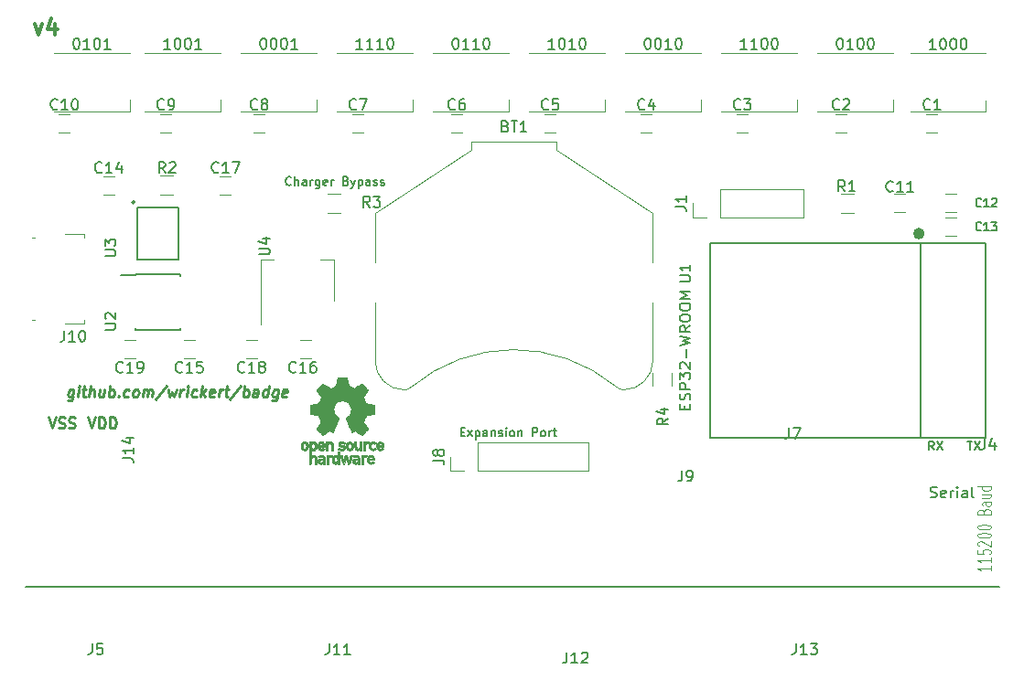
<source format=gbr>
G04 #@! TF.GenerationSoftware,KiCad,Pcbnew,5.0.1*
G04 #@! TF.CreationDate,2019-02-20T00:15:29-06:00*
G04 #@! TF.ProjectId,badge,62616467652E6B696361645F70636200,rev?*
G04 #@! TF.SameCoordinates,Original*
G04 #@! TF.FileFunction,Legend,Top*
G04 #@! TF.FilePolarity,Positive*
%FSLAX46Y46*%
G04 Gerber Fmt 4.6, Leading zero omitted, Abs format (unit mm)*
G04 Created by KiCad (PCBNEW 5.0.1) date Wed 20 Feb 2019 12:15:29 AM CST*
%MOMM*%
%LPD*%
G01*
G04 APERTURE LIST*
%ADD10C,0.200000*%
%ADD11C,0.150000*%
%ADD12C,0.300000*%
%ADD13C,0.125000*%
%ADD14C,0.250000*%
%ADD15C,0.120000*%
%ADD16C,0.500000*%
%ADD17C,0.010000*%
G04 APERTURE END LIST*
D10*
X106012857Y-104932714D02*
X105974761Y-104970809D01*
X105860476Y-105008904D01*
X105784285Y-105008904D01*
X105670000Y-104970809D01*
X105593809Y-104894619D01*
X105555714Y-104818428D01*
X105517619Y-104666047D01*
X105517619Y-104551761D01*
X105555714Y-104399380D01*
X105593809Y-104323190D01*
X105670000Y-104247000D01*
X105784285Y-104208904D01*
X105860476Y-104208904D01*
X105974761Y-104247000D01*
X106012857Y-104285095D01*
X106355714Y-105008904D02*
X106355714Y-104208904D01*
X106698571Y-105008904D02*
X106698571Y-104589857D01*
X106660476Y-104513666D01*
X106584285Y-104475571D01*
X106470000Y-104475571D01*
X106393809Y-104513666D01*
X106355714Y-104551761D01*
X107422380Y-105008904D02*
X107422380Y-104589857D01*
X107384285Y-104513666D01*
X107308095Y-104475571D01*
X107155714Y-104475571D01*
X107079523Y-104513666D01*
X107422380Y-104970809D02*
X107346190Y-105008904D01*
X107155714Y-105008904D01*
X107079523Y-104970809D01*
X107041428Y-104894619D01*
X107041428Y-104818428D01*
X107079523Y-104742238D01*
X107155714Y-104704142D01*
X107346190Y-104704142D01*
X107422380Y-104666047D01*
X107803333Y-105008904D02*
X107803333Y-104475571D01*
X107803333Y-104627952D02*
X107841428Y-104551761D01*
X107879523Y-104513666D01*
X107955714Y-104475571D01*
X108031904Y-104475571D01*
X108641428Y-104475571D02*
X108641428Y-105123190D01*
X108603333Y-105199380D01*
X108565238Y-105237476D01*
X108489047Y-105275571D01*
X108374761Y-105275571D01*
X108298571Y-105237476D01*
X108641428Y-104970809D02*
X108565238Y-105008904D01*
X108412857Y-105008904D01*
X108336666Y-104970809D01*
X108298571Y-104932714D01*
X108260476Y-104856523D01*
X108260476Y-104627952D01*
X108298571Y-104551761D01*
X108336666Y-104513666D01*
X108412857Y-104475571D01*
X108565238Y-104475571D01*
X108641428Y-104513666D01*
X109327142Y-104970809D02*
X109250952Y-105008904D01*
X109098571Y-105008904D01*
X109022380Y-104970809D01*
X108984285Y-104894619D01*
X108984285Y-104589857D01*
X109022380Y-104513666D01*
X109098571Y-104475571D01*
X109250952Y-104475571D01*
X109327142Y-104513666D01*
X109365238Y-104589857D01*
X109365238Y-104666047D01*
X108984285Y-104742238D01*
X109708095Y-105008904D02*
X109708095Y-104475571D01*
X109708095Y-104627952D02*
X109746190Y-104551761D01*
X109784285Y-104513666D01*
X109860476Y-104475571D01*
X109936666Y-104475571D01*
X111079523Y-104589857D02*
X111193809Y-104627952D01*
X111231904Y-104666047D01*
X111270000Y-104742238D01*
X111270000Y-104856523D01*
X111231904Y-104932714D01*
X111193809Y-104970809D01*
X111117619Y-105008904D01*
X110812857Y-105008904D01*
X110812857Y-104208904D01*
X111079523Y-104208904D01*
X111155714Y-104247000D01*
X111193809Y-104285095D01*
X111231904Y-104361285D01*
X111231904Y-104437476D01*
X111193809Y-104513666D01*
X111155714Y-104551761D01*
X111079523Y-104589857D01*
X110812857Y-104589857D01*
X111536666Y-104475571D02*
X111727142Y-105008904D01*
X111917619Y-104475571D02*
X111727142Y-105008904D01*
X111650952Y-105199380D01*
X111612857Y-105237476D01*
X111536666Y-105275571D01*
X112222380Y-104475571D02*
X112222380Y-105275571D01*
X112222380Y-104513666D02*
X112298571Y-104475571D01*
X112450952Y-104475571D01*
X112527142Y-104513666D01*
X112565238Y-104551761D01*
X112603333Y-104627952D01*
X112603333Y-104856523D01*
X112565238Y-104932714D01*
X112527142Y-104970809D01*
X112450952Y-105008904D01*
X112298571Y-105008904D01*
X112222380Y-104970809D01*
X113289047Y-105008904D02*
X113289047Y-104589857D01*
X113250952Y-104513666D01*
X113174761Y-104475571D01*
X113022380Y-104475571D01*
X112946190Y-104513666D01*
X113289047Y-104970809D02*
X113212857Y-105008904D01*
X113022380Y-105008904D01*
X112946190Y-104970809D01*
X112908095Y-104894619D01*
X112908095Y-104818428D01*
X112946190Y-104742238D01*
X113022380Y-104704142D01*
X113212857Y-104704142D01*
X113289047Y-104666047D01*
X113631904Y-104970809D02*
X113708095Y-105008904D01*
X113860476Y-105008904D01*
X113936666Y-104970809D01*
X113974761Y-104894619D01*
X113974761Y-104856523D01*
X113936666Y-104780333D01*
X113860476Y-104742238D01*
X113746190Y-104742238D01*
X113670000Y-104704142D01*
X113631904Y-104627952D01*
X113631904Y-104589857D01*
X113670000Y-104513666D01*
X113746190Y-104475571D01*
X113860476Y-104475571D01*
X113936666Y-104513666D01*
X114279523Y-104970809D02*
X114355714Y-105008904D01*
X114508095Y-105008904D01*
X114584285Y-104970809D01*
X114622380Y-104894619D01*
X114622380Y-104856523D01*
X114584285Y-104780333D01*
X114508095Y-104742238D01*
X114393809Y-104742238D01*
X114317619Y-104704142D01*
X114279523Y-104627952D01*
X114279523Y-104589857D01*
X114317619Y-104513666D01*
X114393809Y-104475571D01*
X114508095Y-104475571D01*
X114584285Y-104513666D01*
D11*
X171500000Y-142197000D02*
X81400000Y-142197000D01*
D10*
X121708095Y-127839857D02*
X121974761Y-127839857D01*
X122089047Y-128258904D02*
X121708095Y-128258904D01*
X121708095Y-127458904D01*
X122089047Y-127458904D01*
X122355714Y-128258904D02*
X122774761Y-127725571D01*
X122355714Y-127725571D02*
X122774761Y-128258904D01*
X123079523Y-127725571D02*
X123079523Y-128525571D01*
X123079523Y-127763666D02*
X123155714Y-127725571D01*
X123308095Y-127725571D01*
X123384285Y-127763666D01*
X123422380Y-127801761D01*
X123460476Y-127877952D01*
X123460476Y-128106523D01*
X123422380Y-128182714D01*
X123384285Y-128220809D01*
X123308095Y-128258904D01*
X123155714Y-128258904D01*
X123079523Y-128220809D01*
X124146190Y-128258904D02*
X124146190Y-127839857D01*
X124108095Y-127763666D01*
X124031904Y-127725571D01*
X123879523Y-127725571D01*
X123803333Y-127763666D01*
X124146190Y-128220809D02*
X124070000Y-128258904D01*
X123879523Y-128258904D01*
X123803333Y-128220809D01*
X123765238Y-128144619D01*
X123765238Y-128068428D01*
X123803333Y-127992238D01*
X123879523Y-127954142D01*
X124070000Y-127954142D01*
X124146190Y-127916047D01*
X124527142Y-127725571D02*
X124527142Y-128258904D01*
X124527142Y-127801761D02*
X124565238Y-127763666D01*
X124641428Y-127725571D01*
X124755714Y-127725571D01*
X124831904Y-127763666D01*
X124870000Y-127839857D01*
X124870000Y-128258904D01*
X125212857Y-128220809D02*
X125289047Y-128258904D01*
X125441428Y-128258904D01*
X125517619Y-128220809D01*
X125555714Y-128144619D01*
X125555714Y-128106523D01*
X125517619Y-128030333D01*
X125441428Y-127992238D01*
X125327142Y-127992238D01*
X125250952Y-127954142D01*
X125212857Y-127877952D01*
X125212857Y-127839857D01*
X125250952Y-127763666D01*
X125327142Y-127725571D01*
X125441428Y-127725571D01*
X125517619Y-127763666D01*
X125898571Y-128258904D02*
X125898571Y-127725571D01*
X125898571Y-127458904D02*
X125860476Y-127497000D01*
X125898571Y-127535095D01*
X125936666Y-127497000D01*
X125898571Y-127458904D01*
X125898571Y-127535095D01*
X126393809Y-128258904D02*
X126317619Y-128220809D01*
X126279523Y-128182714D01*
X126241428Y-128106523D01*
X126241428Y-127877952D01*
X126279523Y-127801761D01*
X126317619Y-127763666D01*
X126393809Y-127725571D01*
X126508095Y-127725571D01*
X126584285Y-127763666D01*
X126622380Y-127801761D01*
X126660476Y-127877952D01*
X126660476Y-128106523D01*
X126622380Y-128182714D01*
X126584285Y-128220809D01*
X126508095Y-128258904D01*
X126393809Y-128258904D01*
X127003333Y-127725571D02*
X127003333Y-128258904D01*
X127003333Y-127801761D02*
X127041428Y-127763666D01*
X127117619Y-127725571D01*
X127231904Y-127725571D01*
X127308095Y-127763666D01*
X127346190Y-127839857D01*
X127346190Y-128258904D01*
X128336666Y-128258904D02*
X128336666Y-127458904D01*
X128641428Y-127458904D01*
X128717619Y-127497000D01*
X128755714Y-127535095D01*
X128793809Y-127611285D01*
X128793809Y-127725571D01*
X128755714Y-127801761D01*
X128717619Y-127839857D01*
X128641428Y-127877952D01*
X128336666Y-127877952D01*
X129250952Y-128258904D02*
X129174761Y-128220809D01*
X129136666Y-128182714D01*
X129098571Y-128106523D01*
X129098571Y-127877952D01*
X129136666Y-127801761D01*
X129174761Y-127763666D01*
X129250952Y-127725571D01*
X129365238Y-127725571D01*
X129441428Y-127763666D01*
X129479523Y-127801761D01*
X129517619Y-127877952D01*
X129517619Y-128106523D01*
X129479523Y-128182714D01*
X129441428Y-128220809D01*
X129365238Y-128258904D01*
X129250952Y-128258904D01*
X129860476Y-128258904D02*
X129860476Y-127725571D01*
X129860476Y-127877952D02*
X129898571Y-127801761D01*
X129936666Y-127763666D01*
X130012857Y-127725571D01*
X130089047Y-127725571D01*
X130241428Y-127725571D02*
X130546190Y-127725571D01*
X130355714Y-127458904D02*
X130355714Y-128144619D01*
X130393809Y-128220809D01*
X130470000Y-128258904D01*
X130546190Y-128258904D01*
D12*
X82248571Y-90075571D02*
X82605714Y-91075571D01*
X82962857Y-90075571D01*
X84177142Y-90075571D02*
X84177142Y-91075571D01*
X83820000Y-89504142D02*
X83462857Y-90575571D01*
X84391428Y-90575571D01*
D13*
X170722857Y-140245666D02*
X170722857Y-140702809D01*
X170722857Y-140474238D02*
X169522857Y-140474238D01*
X169694285Y-140550428D01*
X169808571Y-140626619D01*
X169865714Y-140702809D01*
X170722857Y-139483761D02*
X170722857Y-139940904D01*
X170722857Y-139712333D02*
X169522857Y-139712333D01*
X169694285Y-139788523D01*
X169808571Y-139864714D01*
X169865714Y-139940904D01*
X169522857Y-138759952D02*
X169522857Y-139140904D01*
X170094285Y-139179000D01*
X170037142Y-139140904D01*
X169980000Y-139064714D01*
X169980000Y-138874238D01*
X170037142Y-138798047D01*
X170094285Y-138759952D01*
X170208571Y-138721857D01*
X170494285Y-138721857D01*
X170608571Y-138759952D01*
X170665714Y-138798047D01*
X170722857Y-138874238D01*
X170722857Y-139064714D01*
X170665714Y-139140904D01*
X170608571Y-139179000D01*
X169637142Y-138417095D02*
X169580000Y-138379000D01*
X169522857Y-138302809D01*
X169522857Y-138112333D01*
X169580000Y-138036142D01*
X169637142Y-137998047D01*
X169751428Y-137959952D01*
X169865714Y-137959952D01*
X170037142Y-137998047D01*
X170722857Y-138455190D01*
X170722857Y-137959952D01*
X169522857Y-137464714D02*
X169522857Y-137388523D01*
X169580000Y-137312333D01*
X169637142Y-137274238D01*
X169751428Y-137236142D01*
X169980000Y-137198047D01*
X170265714Y-137198047D01*
X170494285Y-137236142D01*
X170608571Y-137274238D01*
X170665714Y-137312333D01*
X170722857Y-137388523D01*
X170722857Y-137464714D01*
X170665714Y-137540904D01*
X170608571Y-137579000D01*
X170494285Y-137617095D01*
X170265714Y-137655190D01*
X169980000Y-137655190D01*
X169751428Y-137617095D01*
X169637142Y-137579000D01*
X169580000Y-137540904D01*
X169522857Y-137464714D01*
X169522857Y-136702809D02*
X169522857Y-136626619D01*
X169580000Y-136550428D01*
X169637142Y-136512333D01*
X169751428Y-136474238D01*
X169980000Y-136436142D01*
X170265714Y-136436142D01*
X170494285Y-136474238D01*
X170608571Y-136512333D01*
X170665714Y-136550428D01*
X170722857Y-136626619D01*
X170722857Y-136702809D01*
X170665714Y-136779000D01*
X170608571Y-136817095D01*
X170494285Y-136855190D01*
X170265714Y-136893285D01*
X169980000Y-136893285D01*
X169751428Y-136855190D01*
X169637142Y-136817095D01*
X169580000Y-136779000D01*
X169522857Y-136702809D01*
X170094285Y-135217095D02*
X170151428Y-135102809D01*
X170208571Y-135064714D01*
X170322857Y-135026619D01*
X170494285Y-135026619D01*
X170608571Y-135064714D01*
X170665714Y-135102809D01*
X170722857Y-135179000D01*
X170722857Y-135483761D01*
X169522857Y-135483761D01*
X169522857Y-135217095D01*
X169580000Y-135140904D01*
X169637142Y-135102809D01*
X169751428Y-135064714D01*
X169865714Y-135064714D01*
X169980000Y-135102809D01*
X170037142Y-135140904D01*
X170094285Y-135217095D01*
X170094285Y-135483761D01*
X170722857Y-134340904D02*
X170094285Y-134340904D01*
X169980000Y-134379000D01*
X169922857Y-134455190D01*
X169922857Y-134607571D01*
X169980000Y-134683761D01*
X170665714Y-134340904D02*
X170722857Y-134417095D01*
X170722857Y-134607571D01*
X170665714Y-134683761D01*
X170551428Y-134721857D01*
X170437142Y-134721857D01*
X170322857Y-134683761D01*
X170265714Y-134607571D01*
X170265714Y-134417095D01*
X170208571Y-134340904D01*
X169922857Y-133617095D02*
X170722857Y-133617095D01*
X169922857Y-133959952D02*
X170551428Y-133959952D01*
X170665714Y-133921857D01*
X170722857Y-133845666D01*
X170722857Y-133731380D01*
X170665714Y-133655190D01*
X170608571Y-133617095D01*
X170722857Y-132893285D02*
X169522857Y-132893285D01*
X170665714Y-132893285D02*
X170722857Y-132969476D01*
X170722857Y-133121857D01*
X170665714Y-133198047D01*
X170608571Y-133236142D01*
X170494285Y-133274238D01*
X170151428Y-133274238D01*
X170037142Y-133236142D01*
X169980000Y-133198047D01*
X169922857Y-133121857D01*
X169922857Y-132969476D01*
X169980000Y-132893285D01*
D10*
X165474666Y-129520904D02*
X165208000Y-129139952D01*
X165017523Y-129520904D02*
X165017523Y-128720904D01*
X165322285Y-128720904D01*
X165398476Y-128759000D01*
X165436571Y-128797095D01*
X165474666Y-128873285D01*
X165474666Y-128987571D01*
X165436571Y-129063761D01*
X165398476Y-129101857D01*
X165322285Y-129139952D01*
X165017523Y-129139952D01*
X165741333Y-128720904D02*
X166274666Y-129520904D01*
X166274666Y-128720904D02*
X165741333Y-129520904D01*
X168554476Y-128720904D02*
X169011619Y-128720904D01*
X168783047Y-129520904D02*
X168783047Y-128720904D01*
X169202095Y-128720904D02*
X169735428Y-129520904D01*
X169735428Y-128720904D02*
X169202095Y-129520904D01*
D14*
X85878556Y-123932714D02*
X85777366Y-124742238D01*
X85717842Y-124837476D01*
X85664270Y-124885095D01*
X85563080Y-124932714D01*
X85420223Y-124932714D01*
X85330937Y-124885095D01*
X85801175Y-124551761D02*
X85699985Y-124599380D01*
X85509508Y-124599380D01*
X85420223Y-124551761D01*
X85378556Y-124504142D01*
X85342842Y-124408904D01*
X85378556Y-124123190D01*
X85438080Y-124027952D01*
X85491651Y-123980333D01*
X85592842Y-123932714D01*
X85783318Y-123932714D01*
X85872604Y-123980333D01*
X86271413Y-124599380D02*
X86354747Y-123932714D01*
X86396413Y-123599380D02*
X86342842Y-123647000D01*
X86384508Y-123694619D01*
X86438080Y-123647000D01*
X86396413Y-123599380D01*
X86384508Y-123694619D01*
X86688080Y-123932714D02*
X87069032Y-123932714D01*
X86872604Y-123599380D02*
X86765461Y-124456523D01*
X86801175Y-124551761D01*
X86890461Y-124599380D01*
X86985699Y-124599380D01*
X87319032Y-124599380D02*
X87444032Y-123599380D01*
X87747604Y-124599380D02*
X87813080Y-124075571D01*
X87777366Y-123980333D01*
X87688080Y-123932714D01*
X87545223Y-123932714D01*
X87444032Y-123980333D01*
X87390461Y-124027952D01*
X88735699Y-123932714D02*
X88652366Y-124599380D01*
X88307127Y-123932714D02*
X88241651Y-124456523D01*
X88277366Y-124551761D01*
X88366651Y-124599380D01*
X88509508Y-124599380D01*
X88610699Y-124551761D01*
X88664270Y-124504142D01*
X89128556Y-124599380D02*
X89253556Y-123599380D01*
X89205937Y-123980333D02*
X89307127Y-123932714D01*
X89497604Y-123932714D01*
X89586889Y-123980333D01*
X89628556Y-124027952D01*
X89664270Y-124123190D01*
X89628556Y-124408904D01*
X89569032Y-124504142D01*
X89515461Y-124551761D01*
X89414270Y-124599380D01*
X89223794Y-124599380D01*
X89134508Y-124551761D01*
X90045223Y-124504142D02*
X90086889Y-124551761D01*
X90033318Y-124599380D01*
X89991651Y-124551761D01*
X90045223Y-124504142D01*
X90033318Y-124599380D01*
X90944032Y-124551761D02*
X90842842Y-124599380D01*
X90652366Y-124599380D01*
X90563080Y-124551761D01*
X90521413Y-124504142D01*
X90485699Y-124408904D01*
X90521413Y-124123190D01*
X90580937Y-124027952D01*
X90634508Y-123980333D01*
X90735699Y-123932714D01*
X90926175Y-123932714D01*
X91015461Y-123980333D01*
X91509508Y-124599380D02*
X91420223Y-124551761D01*
X91378556Y-124504142D01*
X91342842Y-124408904D01*
X91378556Y-124123190D01*
X91438080Y-124027952D01*
X91491651Y-123980333D01*
X91592842Y-123932714D01*
X91735699Y-123932714D01*
X91824985Y-123980333D01*
X91866651Y-124027952D01*
X91902366Y-124123190D01*
X91866651Y-124408904D01*
X91807127Y-124504142D01*
X91753556Y-124551761D01*
X91652366Y-124599380D01*
X91509508Y-124599380D01*
X92271413Y-124599380D02*
X92354747Y-123932714D01*
X92342842Y-124027952D02*
X92396413Y-123980333D01*
X92497604Y-123932714D01*
X92640461Y-123932714D01*
X92729747Y-123980333D01*
X92765461Y-124075571D01*
X92699985Y-124599380D01*
X92765461Y-124075571D02*
X92824985Y-123980333D01*
X92926175Y-123932714D01*
X93069032Y-123932714D01*
X93158318Y-123980333D01*
X93194032Y-124075571D01*
X93128556Y-124599380D01*
X94449985Y-123551761D02*
X93432127Y-124837476D01*
X94640461Y-123932714D02*
X94747604Y-124599380D01*
X94997604Y-124123190D01*
X95128556Y-124599380D01*
X95402366Y-123932714D01*
X95699985Y-124599380D02*
X95783318Y-123932714D01*
X95759508Y-124123190D02*
X95819032Y-124027952D01*
X95872604Y-123980333D01*
X95973794Y-123932714D01*
X96069032Y-123932714D01*
X96319032Y-124599380D02*
X96402366Y-123932714D01*
X96444032Y-123599380D02*
X96390461Y-123647000D01*
X96432127Y-123694619D01*
X96485699Y-123647000D01*
X96444032Y-123599380D01*
X96432127Y-123694619D01*
X97229747Y-124551761D02*
X97128556Y-124599380D01*
X96938080Y-124599380D01*
X96848794Y-124551761D01*
X96807127Y-124504142D01*
X96771413Y-124408904D01*
X96807127Y-124123190D01*
X96866651Y-124027952D01*
X96920223Y-123980333D01*
X97021413Y-123932714D01*
X97211889Y-123932714D01*
X97301175Y-123980333D01*
X97652366Y-124599380D02*
X97777366Y-123599380D01*
X97795223Y-124218428D02*
X98033318Y-124599380D01*
X98116651Y-123932714D02*
X97688080Y-124313666D01*
X98848794Y-124551761D02*
X98747604Y-124599380D01*
X98557127Y-124599380D01*
X98467842Y-124551761D01*
X98432127Y-124456523D01*
X98479747Y-124075571D01*
X98539270Y-123980333D01*
X98640461Y-123932714D01*
X98830937Y-123932714D01*
X98920223Y-123980333D01*
X98955937Y-124075571D01*
X98944032Y-124170809D01*
X98455937Y-124266047D01*
X99319032Y-124599380D02*
X99402366Y-123932714D01*
X99378556Y-124123190D02*
X99438080Y-124027952D01*
X99491651Y-123980333D01*
X99592842Y-123932714D01*
X99688080Y-123932714D01*
X99878556Y-123932714D02*
X100259508Y-123932714D01*
X100063080Y-123599380D02*
X99955937Y-124456523D01*
X99991651Y-124551761D01*
X100080937Y-124599380D01*
X100176175Y-124599380D01*
X101354747Y-123551761D02*
X100336889Y-124837476D01*
X101557127Y-124599380D02*
X101682127Y-123599380D01*
X101634508Y-123980333D02*
X101735699Y-123932714D01*
X101926175Y-123932714D01*
X102015461Y-123980333D01*
X102057127Y-124027952D01*
X102092842Y-124123190D01*
X102057127Y-124408904D01*
X101997604Y-124504142D01*
X101944032Y-124551761D01*
X101842842Y-124599380D01*
X101652366Y-124599380D01*
X101563080Y-124551761D01*
X102890461Y-124599380D02*
X102955937Y-124075571D01*
X102920223Y-123980333D01*
X102830937Y-123932714D01*
X102640461Y-123932714D01*
X102539270Y-123980333D01*
X102896413Y-124551761D02*
X102795223Y-124599380D01*
X102557127Y-124599380D01*
X102467842Y-124551761D01*
X102432127Y-124456523D01*
X102444032Y-124361285D01*
X102503556Y-124266047D01*
X102604747Y-124218428D01*
X102842842Y-124218428D01*
X102944032Y-124170809D01*
X103795223Y-124599380D02*
X103920223Y-123599380D01*
X103801175Y-124551761D02*
X103699985Y-124599380D01*
X103509508Y-124599380D01*
X103420223Y-124551761D01*
X103378556Y-124504142D01*
X103342842Y-124408904D01*
X103378556Y-124123190D01*
X103438080Y-124027952D01*
X103491651Y-123980333D01*
X103592842Y-123932714D01*
X103783318Y-123932714D01*
X103872604Y-123980333D01*
X104783318Y-123932714D02*
X104682127Y-124742238D01*
X104622604Y-124837476D01*
X104569032Y-124885095D01*
X104467842Y-124932714D01*
X104324985Y-124932714D01*
X104235699Y-124885095D01*
X104705937Y-124551761D02*
X104604747Y-124599380D01*
X104414270Y-124599380D01*
X104324985Y-124551761D01*
X104283318Y-124504142D01*
X104247604Y-124408904D01*
X104283318Y-124123190D01*
X104342842Y-124027952D01*
X104396413Y-123980333D01*
X104497604Y-123932714D01*
X104688080Y-123932714D01*
X104777366Y-123980333D01*
X105563080Y-124551761D02*
X105461889Y-124599380D01*
X105271413Y-124599380D01*
X105182127Y-124551761D01*
X105146413Y-124456523D01*
X105194032Y-124075571D01*
X105253556Y-123980333D01*
X105354747Y-123932714D01*
X105545223Y-123932714D01*
X105634508Y-123980333D01*
X105670223Y-124075571D01*
X105658318Y-124170809D01*
X105170223Y-124266047D01*
X87236666Y-126479380D02*
X87570000Y-127479380D01*
X87903333Y-126479380D01*
X88236666Y-127479380D02*
X88236666Y-126479380D01*
X88474761Y-126479380D01*
X88617619Y-126527000D01*
X88712857Y-126622238D01*
X88760476Y-126717476D01*
X88808095Y-126907952D01*
X88808095Y-127050809D01*
X88760476Y-127241285D01*
X88712857Y-127336523D01*
X88617619Y-127431761D01*
X88474761Y-127479380D01*
X88236666Y-127479380D01*
X89236666Y-127479380D02*
X89236666Y-126479380D01*
X89474761Y-126479380D01*
X89617619Y-126527000D01*
X89712857Y-126622238D01*
X89760476Y-126717476D01*
X89808095Y-126907952D01*
X89808095Y-127050809D01*
X89760476Y-127241285D01*
X89712857Y-127336523D01*
X89617619Y-127431761D01*
X89474761Y-127479380D01*
X89236666Y-127479380D01*
X83534285Y-126479380D02*
X83867619Y-127479380D01*
X84200952Y-126479380D01*
X84486666Y-127431761D02*
X84629523Y-127479380D01*
X84867619Y-127479380D01*
X84962857Y-127431761D01*
X85010476Y-127384142D01*
X85058095Y-127288904D01*
X85058095Y-127193666D01*
X85010476Y-127098428D01*
X84962857Y-127050809D01*
X84867619Y-127003190D01*
X84677142Y-126955571D01*
X84581904Y-126907952D01*
X84534285Y-126860333D01*
X84486666Y-126765095D01*
X84486666Y-126669857D01*
X84534285Y-126574619D01*
X84581904Y-126527000D01*
X84677142Y-126479380D01*
X84915238Y-126479380D01*
X85058095Y-126527000D01*
X85439047Y-127431761D02*
X85581904Y-127479380D01*
X85820000Y-127479380D01*
X85915238Y-127431761D01*
X85962857Y-127384142D01*
X86010476Y-127288904D01*
X86010476Y-127193666D01*
X85962857Y-127098428D01*
X85915238Y-127050809D01*
X85820000Y-127003190D01*
X85629523Y-126955571D01*
X85534285Y-126907952D01*
X85486666Y-126860333D01*
X85439047Y-126765095D01*
X85439047Y-126669857D01*
X85486666Y-126574619D01*
X85534285Y-126527000D01*
X85629523Y-126479380D01*
X85867619Y-126479380D01*
X86010476Y-126527000D01*
D11*
G04 #@! TO.C,U2*
X91631000Y-113295000D02*
X90231000Y-113295000D01*
X91631000Y-118395000D02*
X95781000Y-118395000D01*
X91631000Y-113245000D02*
X95781000Y-113245000D01*
X91631000Y-118395000D02*
X91631000Y-118250000D01*
X95781000Y-118395000D02*
X95781000Y-118250000D01*
X95781000Y-113245000D02*
X95781000Y-113390000D01*
X91631000Y-113245000D02*
X91631000Y-113295000D01*
D15*
G04 #@! TO.C,0101*
X91070000Y-98078576D02*
X91070000Y-97078576D01*
X84070000Y-98128576D02*
X91070000Y-98128576D01*
X84070000Y-92728576D02*
X91070000Y-92728576D01*
G04 #@! TO.C,0001*
X108365000Y-98075576D02*
X108365000Y-97075576D01*
X101365000Y-98125576D02*
X108365000Y-98125576D01*
X101365000Y-92725576D02*
X108365000Y-92725576D01*
G04 #@! TO.C,0100*
X161705000Y-98075576D02*
X161705000Y-97075576D01*
X154705000Y-98125576D02*
X161705000Y-98125576D01*
X154705000Y-92725576D02*
X161705000Y-92725576D01*
G04 #@! TO.C,1000*
X170295000Y-98103576D02*
X170295000Y-97103576D01*
X163295000Y-98153576D02*
X170295000Y-98153576D01*
X163295000Y-92753576D02*
X170295000Y-92753576D01*
G04 #@! TO.C,1100*
X152815000Y-98075576D02*
X152815000Y-97075576D01*
X145815000Y-98125576D02*
X152815000Y-98125576D01*
X145815000Y-92725576D02*
X152815000Y-92725576D01*
G04 #@! TO.C,0010*
X143925000Y-98075576D02*
X143925000Y-97075576D01*
X136925000Y-98125576D02*
X143925000Y-98125576D01*
X136925000Y-92725576D02*
X143925000Y-92725576D01*
G04 #@! TO.C,1010*
X135035000Y-98075576D02*
X135035000Y-97075576D01*
X128035000Y-98125576D02*
X135035000Y-98125576D01*
X128035000Y-92725576D02*
X135035000Y-92725576D01*
G04 #@! TO.C,0110*
X126145000Y-98075576D02*
X126145000Y-97075576D01*
X119145000Y-98125576D02*
X126145000Y-98125576D01*
X119145000Y-92725576D02*
X126145000Y-92725576D01*
G04 #@! TO.C,1110*
X117255000Y-98075576D02*
X117255000Y-97075576D01*
X110255000Y-98125576D02*
X117255000Y-98125576D01*
X110255000Y-92725576D02*
X117255000Y-92725576D01*
G04 #@! TO.C,1001*
X99475000Y-98075576D02*
X99475000Y-97075576D01*
X92475000Y-98125576D02*
X99475000Y-98125576D01*
X92475000Y-92725576D02*
X99475000Y-92725576D01*
D16*
G04 #@! TO.C,U1*
X164367981Y-109474000D02*
G75*
G03X164367981Y-109474000I-283981J0D01*
G01*
D11*
X164230000Y-128380000D02*
X164230000Y-110380000D01*
X170230000Y-110380000D02*
X144730000Y-110380000D01*
X170230000Y-128380000D02*
X144730000Y-128380000D01*
X144730000Y-128380000D02*
X144730000Y-110380000D01*
X170230000Y-128380000D02*
X170230000Y-110380000D01*
D15*
G04 #@! TO.C,BT1*
X122670000Y-101747000D02*
X113770000Y-107597000D01*
X122670000Y-100947000D02*
X122670000Y-101747000D01*
X122670000Y-100947000D02*
X130570000Y-100947000D01*
X130570000Y-100947000D02*
X130570000Y-101747000D01*
X130570000Y-101747000D02*
X139470000Y-107597000D01*
X113770000Y-107597000D02*
X113770000Y-112097000D01*
X139470000Y-107597000D02*
X139470000Y-112097000D01*
X113770000Y-115897000D02*
X113770000Y-121297000D01*
X139470000Y-115897000D02*
X139470000Y-121297000D01*
X139470000Y-121247000D02*
G75*
G02X136770000Y-123947000I-2700000J0D01*
G01*
X113770000Y-121247000D02*
G75*
G03X116470000Y-123947000I2700000J0D01*
G01*
X117141751Y-123668751D02*
G75*
G02X116470000Y-123947000I-671751J671751D01*
G01*
X136098249Y-123668751D02*
G75*
G03X136770000Y-123947000I671751J671751D01*
G01*
X136060444Y-123635071D02*
G75*
G03X117070000Y-123727000I-9440444J-11361929D01*
G01*
G04 #@! TO.C,C1*
X165784000Y-98451000D02*
X164784000Y-98451000D01*
X164784000Y-100151000D02*
X165784000Y-100151000D01*
G04 #@! TO.C,C2*
X157382000Y-98451000D02*
X156382000Y-98451000D01*
X156382000Y-100151000D02*
X157382000Y-100151000D01*
G04 #@! TO.C,C3*
X148238000Y-98451000D02*
X147238000Y-98451000D01*
X147238000Y-100151000D02*
X148238000Y-100151000D01*
G04 #@! TO.C,C4*
X139368000Y-98451000D02*
X138368000Y-98451000D01*
X138368000Y-100151000D02*
X139368000Y-100151000D01*
G04 #@! TO.C,C5*
X130458000Y-98451000D02*
X129458000Y-98451000D01*
X129458000Y-100151000D02*
X130458000Y-100151000D01*
G04 #@! TO.C,C6*
X121822000Y-98451000D02*
X120822000Y-98451000D01*
X120822000Y-100151000D02*
X121822000Y-100151000D01*
G04 #@! TO.C,C7*
X112678000Y-98451000D02*
X111678000Y-98451000D01*
X111678000Y-100151000D02*
X112678000Y-100151000D01*
G04 #@! TO.C,C8*
X103534000Y-98451000D02*
X102534000Y-98451000D01*
X102534000Y-100151000D02*
X103534000Y-100151000D01*
G04 #@! TO.C,C9*
X94898000Y-98451000D02*
X93898000Y-98451000D01*
X93898000Y-100151000D02*
X94898000Y-100151000D01*
G04 #@! TO.C,C10*
X85520000Y-98451000D02*
X84520000Y-98451000D01*
X84520000Y-100151000D02*
X85520000Y-100151000D01*
G04 #@! TO.C,C11*
X162820000Y-105797000D02*
X161820000Y-105797000D01*
X161820000Y-107497000D02*
X162820000Y-107497000D01*
G04 #@! TO.C,C12*
X167570000Y-105797000D02*
X166570000Y-105797000D01*
X166570000Y-107497000D02*
X167570000Y-107497000D01*
G04 #@! TO.C,C13*
X167570000Y-107989000D02*
X166570000Y-107989000D01*
X166570000Y-109689000D02*
X167570000Y-109689000D01*
G04 #@! TO.C,R1*
X158070000Y-107527000D02*
X156870000Y-107527000D01*
X156870000Y-105767000D02*
X158070000Y-105767000D01*
D17*
G04 #@! TO.C,REF\002A\002A\002A*
G36*
X108183360Y-128749468D02*
X108218592Y-128766874D01*
X108262040Y-128797206D01*
X108293706Y-128830283D01*
X108315394Y-128871817D01*
X108328903Y-128927522D01*
X108336038Y-129003111D01*
X108338600Y-129104296D01*
X108338750Y-129147797D01*
X108338312Y-129243135D01*
X108336496Y-129311271D01*
X108332545Y-129358418D01*
X108325702Y-129390790D01*
X108315211Y-129414600D01*
X108304296Y-129430843D01*
X108234619Y-129499952D01*
X108152566Y-129541521D01*
X108064050Y-129554023D01*
X107974981Y-129535934D01*
X107946763Y-129523142D01*
X107879210Y-129487931D01*
X107879210Y-130039700D01*
X107928512Y-130014205D01*
X107993473Y-129994480D01*
X108073320Y-129989427D01*
X108153052Y-129998756D01*
X108213265Y-130019714D01*
X108263208Y-130059627D01*
X108305881Y-130116741D01*
X108309090Y-130122605D01*
X108322622Y-130150227D01*
X108332505Y-130178068D01*
X108339309Y-130211794D01*
X108343601Y-130257071D01*
X108345951Y-130319562D01*
X108346928Y-130404935D01*
X108347105Y-130501010D01*
X108347105Y-130807526D01*
X108163289Y-130807526D01*
X108163289Y-130242339D01*
X108111875Y-130199077D01*
X108058466Y-130164472D01*
X108007888Y-130158180D01*
X107957030Y-130174372D01*
X107929925Y-130190227D01*
X107909751Y-130212810D01*
X107895403Y-130246940D01*
X107885776Y-130297434D01*
X107879763Y-130369111D01*
X107876260Y-130466788D01*
X107875026Y-130531802D01*
X107870855Y-130799171D01*
X107783125Y-130804222D01*
X107695394Y-130809273D01*
X107695394Y-129150101D01*
X107879210Y-129150101D01*
X107883896Y-129242600D01*
X107899688Y-129306809D01*
X107929183Y-129346759D01*
X107974980Y-129366480D01*
X108021250Y-129370421D01*
X108073628Y-129365892D01*
X108108390Y-129348069D01*
X108130128Y-129324519D01*
X108147240Y-129299189D01*
X108157427Y-129270969D01*
X108161960Y-129231431D01*
X108162109Y-129172142D01*
X108160584Y-129122498D01*
X108157081Y-129047710D01*
X108151867Y-128998611D01*
X108143087Y-128967467D01*
X108128886Y-128946545D01*
X108115484Y-128934452D01*
X108059487Y-128908081D01*
X107993211Y-128903822D01*
X107955156Y-128912906D01*
X107917477Y-128945196D01*
X107892519Y-129008006D01*
X107880422Y-129100894D01*
X107879210Y-129150101D01*
X107695394Y-129150101D01*
X107695394Y-128735421D01*
X107787302Y-128735421D01*
X107842483Y-128737603D01*
X107870952Y-128745351D01*
X107879206Y-128760468D01*
X107879210Y-128760916D01*
X107883040Y-128775720D01*
X107899933Y-128774039D01*
X107933519Y-128757772D01*
X108011778Y-128732887D01*
X108099827Y-128730271D01*
X108183360Y-128749468D01*
X108183360Y-128749468D01*
G37*
X108183360Y-128749468D02*
X108218592Y-128766874D01*
X108262040Y-128797206D01*
X108293706Y-128830283D01*
X108315394Y-128871817D01*
X108328903Y-128927522D01*
X108336038Y-129003111D01*
X108338600Y-129104296D01*
X108338750Y-129147797D01*
X108338312Y-129243135D01*
X108336496Y-129311271D01*
X108332545Y-129358418D01*
X108325702Y-129390790D01*
X108315211Y-129414600D01*
X108304296Y-129430843D01*
X108234619Y-129499952D01*
X108152566Y-129541521D01*
X108064050Y-129554023D01*
X107974981Y-129535934D01*
X107946763Y-129523142D01*
X107879210Y-129487931D01*
X107879210Y-130039700D01*
X107928512Y-130014205D01*
X107993473Y-129994480D01*
X108073320Y-129989427D01*
X108153052Y-129998756D01*
X108213265Y-130019714D01*
X108263208Y-130059627D01*
X108305881Y-130116741D01*
X108309090Y-130122605D01*
X108322622Y-130150227D01*
X108332505Y-130178068D01*
X108339309Y-130211794D01*
X108343601Y-130257071D01*
X108345951Y-130319562D01*
X108346928Y-130404935D01*
X108347105Y-130501010D01*
X108347105Y-130807526D01*
X108163289Y-130807526D01*
X108163289Y-130242339D01*
X108111875Y-130199077D01*
X108058466Y-130164472D01*
X108007888Y-130158180D01*
X107957030Y-130174372D01*
X107929925Y-130190227D01*
X107909751Y-130212810D01*
X107895403Y-130246940D01*
X107885776Y-130297434D01*
X107879763Y-130369111D01*
X107876260Y-130466788D01*
X107875026Y-130531802D01*
X107870855Y-130799171D01*
X107783125Y-130804222D01*
X107695394Y-130809273D01*
X107695394Y-129150101D01*
X107879210Y-129150101D01*
X107883896Y-129242600D01*
X107899688Y-129306809D01*
X107929183Y-129346759D01*
X107974980Y-129366480D01*
X108021250Y-129370421D01*
X108073628Y-129365892D01*
X108108390Y-129348069D01*
X108130128Y-129324519D01*
X108147240Y-129299189D01*
X108157427Y-129270969D01*
X108161960Y-129231431D01*
X108162109Y-129172142D01*
X108160584Y-129122498D01*
X108157081Y-129047710D01*
X108151867Y-128998611D01*
X108143087Y-128967467D01*
X108128886Y-128946545D01*
X108115484Y-128934452D01*
X108059487Y-128908081D01*
X107993211Y-128903822D01*
X107955156Y-128912906D01*
X107917477Y-128945196D01*
X107892519Y-129008006D01*
X107880422Y-129100894D01*
X107879210Y-129150101D01*
X107695394Y-129150101D01*
X107695394Y-128735421D01*
X107787302Y-128735421D01*
X107842483Y-128737603D01*
X107870952Y-128745351D01*
X107879206Y-128760468D01*
X107879210Y-128760916D01*
X107883040Y-128775720D01*
X107899933Y-128774039D01*
X107933519Y-128757772D01*
X108011778Y-128732887D01*
X108099827Y-128730271D01*
X108183360Y-128749468D01*
G36*
X108880457Y-129995184D02*
X108959070Y-130016160D01*
X109018916Y-130054180D01*
X109061147Y-130103978D01*
X109074275Y-130125230D01*
X109083968Y-130147492D01*
X109090744Y-130175970D01*
X109095123Y-130215871D01*
X109097624Y-130272401D01*
X109098768Y-130350767D01*
X109099072Y-130456176D01*
X109099078Y-130484142D01*
X109099078Y-130807526D01*
X109018868Y-130807526D01*
X108967706Y-130803943D01*
X108929877Y-130794866D01*
X108920399Y-130789268D01*
X108894488Y-130779606D01*
X108868024Y-130789268D01*
X108824452Y-130801330D01*
X108761160Y-130806185D01*
X108691010Y-130804078D01*
X108626860Y-130795256D01*
X108589407Y-130783937D01*
X108516933Y-130737412D01*
X108471640Y-130672846D01*
X108451278Y-130587000D01*
X108451088Y-130584796D01*
X108452875Y-130546713D01*
X108614473Y-130546713D01*
X108628601Y-130590030D01*
X108651612Y-130614408D01*
X108697804Y-130632845D01*
X108758775Y-130640205D01*
X108820949Y-130636583D01*
X108870751Y-130622074D01*
X108884703Y-130612765D01*
X108909085Y-130569753D01*
X108915263Y-130520857D01*
X108915263Y-130456605D01*
X108822818Y-130456605D01*
X108734995Y-130463366D01*
X108668418Y-130482520D01*
X108627002Y-130512376D01*
X108614473Y-130546713D01*
X108452875Y-130546713D01*
X108455490Y-130491004D01*
X108486424Y-130416847D01*
X108544581Y-130360767D01*
X108552620Y-130355665D01*
X108587163Y-130339055D01*
X108629918Y-130328996D01*
X108689686Y-130324107D01*
X108760690Y-130322983D01*
X108915263Y-130322921D01*
X108915263Y-130258125D01*
X108908706Y-130207850D01*
X108891975Y-130174169D01*
X108890016Y-130172376D01*
X108852783Y-130157642D01*
X108796580Y-130151931D01*
X108734467Y-130154737D01*
X108679510Y-130165556D01*
X108646899Y-130181782D01*
X108629228Y-130194780D01*
X108610569Y-130197262D01*
X108584819Y-130186613D01*
X108545873Y-130160218D01*
X108487630Y-130115465D01*
X108482284Y-130111273D01*
X108485023Y-130095760D01*
X108507876Y-130069960D01*
X108542609Y-130041289D01*
X108580990Y-130017166D01*
X108593048Y-130011470D01*
X108637034Y-130000103D01*
X108701487Y-129991995D01*
X108773497Y-129988743D01*
X108776864Y-129988736D01*
X108880457Y-129995184D01*
X108880457Y-129995184D01*
G37*
X108880457Y-129995184D02*
X108959070Y-130016160D01*
X109018916Y-130054180D01*
X109061147Y-130103978D01*
X109074275Y-130125230D01*
X109083968Y-130147492D01*
X109090744Y-130175970D01*
X109095123Y-130215871D01*
X109097624Y-130272401D01*
X109098768Y-130350767D01*
X109099072Y-130456176D01*
X109099078Y-130484142D01*
X109099078Y-130807526D01*
X109018868Y-130807526D01*
X108967706Y-130803943D01*
X108929877Y-130794866D01*
X108920399Y-130789268D01*
X108894488Y-130779606D01*
X108868024Y-130789268D01*
X108824452Y-130801330D01*
X108761160Y-130806185D01*
X108691010Y-130804078D01*
X108626860Y-130795256D01*
X108589407Y-130783937D01*
X108516933Y-130737412D01*
X108471640Y-130672846D01*
X108451278Y-130587000D01*
X108451088Y-130584796D01*
X108452875Y-130546713D01*
X108614473Y-130546713D01*
X108628601Y-130590030D01*
X108651612Y-130614408D01*
X108697804Y-130632845D01*
X108758775Y-130640205D01*
X108820949Y-130636583D01*
X108870751Y-130622074D01*
X108884703Y-130612765D01*
X108909085Y-130569753D01*
X108915263Y-130520857D01*
X108915263Y-130456605D01*
X108822818Y-130456605D01*
X108734995Y-130463366D01*
X108668418Y-130482520D01*
X108627002Y-130512376D01*
X108614473Y-130546713D01*
X108452875Y-130546713D01*
X108455490Y-130491004D01*
X108486424Y-130416847D01*
X108544581Y-130360767D01*
X108552620Y-130355665D01*
X108587163Y-130339055D01*
X108629918Y-130328996D01*
X108689686Y-130324107D01*
X108760690Y-130322983D01*
X108915263Y-130322921D01*
X108915263Y-130258125D01*
X108908706Y-130207850D01*
X108891975Y-130174169D01*
X108890016Y-130172376D01*
X108852783Y-130157642D01*
X108796580Y-130151931D01*
X108734467Y-130154737D01*
X108679510Y-130165556D01*
X108646899Y-130181782D01*
X108629228Y-130194780D01*
X108610569Y-130197262D01*
X108584819Y-130186613D01*
X108545873Y-130160218D01*
X108487630Y-130115465D01*
X108482284Y-130111273D01*
X108485023Y-130095760D01*
X108507876Y-130069960D01*
X108542609Y-130041289D01*
X108580990Y-130017166D01*
X108593048Y-130011470D01*
X108637034Y-130000103D01*
X108701487Y-129991995D01*
X108773497Y-129988743D01*
X108776864Y-129988736D01*
X108880457Y-129995184D01*
G36*
X109399881Y-129990486D02*
X109424888Y-129997982D01*
X109432950Y-130014451D01*
X109433289Y-130021886D01*
X109434736Y-130042594D01*
X109444698Y-130045845D01*
X109471612Y-130031648D01*
X109487598Y-130021948D01*
X109538033Y-130001175D01*
X109598272Y-129990904D01*
X109661434Y-129990114D01*
X109720637Y-129997786D01*
X109769002Y-130012898D01*
X109799646Y-130034432D01*
X109805689Y-130061366D01*
X109802639Y-130068660D01*
X109780406Y-130098937D01*
X109745930Y-130136175D01*
X109739694Y-130142195D01*
X109706833Y-130169875D01*
X109678480Y-130178818D01*
X109638827Y-130172576D01*
X109622942Y-130168429D01*
X109573509Y-130158467D01*
X109538752Y-130162947D01*
X109509400Y-130178746D01*
X109482513Y-130199949D01*
X109462710Y-130226614D01*
X109448948Y-130263827D01*
X109440184Y-130316673D01*
X109435374Y-130390237D01*
X109433474Y-130489605D01*
X109433289Y-130549601D01*
X109433289Y-130807526D01*
X109266184Y-130807526D01*
X109266184Y-129988710D01*
X109349736Y-129988710D01*
X109399881Y-129990486D01*
X109399881Y-129990486D01*
G37*
X109399881Y-129990486D02*
X109424888Y-129997982D01*
X109432950Y-130014451D01*
X109433289Y-130021886D01*
X109434736Y-130042594D01*
X109444698Y-130045845D01*
X109471612Y-130031648D01*
X109487598Y-130021948D01*
X109538033Y-130001175D01*
X109598272Y-129990904D01*
X109661434Y-129990114D01*
X109720637Y-129997786D01*
X109769002Y-130012898D01*
X109799646Y-130034432D01*
X109805689Y-130061366D01*
X109802639Y-130068660D01*
X109780406Y-130098937D01*
X109745930Y-130136175D01*
X109739694Y-130142195D01*
X109706833Y-130169875D01*
X109678480Y-130178818D01*
X109638827Y-130172576D01*
X109622942Y-130168429D01*
X109573509Y-130158467D01*
X109538752Y-130162947D01*
X109509400Y-130178746D01*
X109482513Y-130199949D01*
X109462710Y-130226614D01*
X109448948Y-130263827D01*
X109440184Y-130316673D01*
X109435374Y-130390237D01*
X109433474Y-130489605D01*
X109433289Y-130549601D01*
X109433289Y-130807526D01*
X109266184Y-130807526D01*
X109266184Y-129988710D01*
X109349736Y-129988710D01*
X109399881Y-129990486D01*
G36*
X110452631Y-130807526D02*
X110360723Y-130807526D01*
X110307377Y-130805962D01*
X110279593Y-130799485D01*
X110269590Y-130785418D01*
X110268815Y-130775906D01*
X110267128Y-130756832D01*
X110256490Y-130753174D01*
X110228535Y-130764932D01*
X110206795Y-130775906D01*
X110123332Y-130801911D01*
X110032604Y-130803416D01*
X109958842Y-130784021D01*
X109890154Y-130737165D01*
X109837794Y-130668004D01*
X109809122Y-130586427D01*
X109808392Y-130581866D01*
X109804132Y-130532101D01*
X109802014Y-130460659D01*
X109802184Y-130406626D01*
X109984720Y-130406626D01*
X109988949Y-130478441D01*
X109998568Y-130537634D01*
X110011590Y-130571060D01*
X110060856Y-130616740D01*
X110119350Y-130633115D01*
X110179671Y-130619873D01*
X110231217Y-130580373D01*
X110250738Y-130553807D01*
X110262152Y-130522106D01*
X110267498Y-130475832D01*
X110268815Y-130406328D01*
X110266458Y-130337499D01*
X110260233Y-130277026D01*
X110251408Y-130236556D01*
X110249937Y-130232929D01*
X110214347Y-130189802D01*
X110162400Y-130166124D01*
X110104278Y-130162301D01*
X110050160Y-130178738D01*
X110010226Y-130215840D01*
X110006083Y-130223222D01*
X109993116Y-130268239D01*
X109986052Y-130332967D01*
X109984720Y-130406626D01*
X109802184Y-130406626D01*
X109802271Y-130379230D01*
X109803472Y-130335405D01*
X109811645Y-130226988D01*
X109828630Y-130145588D01*
X109856887Y-130085412D01*
X109898872Y-130040666D01*
X109939632Y-130014400D01*
X109996581Y-129995935D01*
X110067411Y-129989602D01*
X110139941Y-129994760D01*
X110201986Y-130010769D01*
X110234768Y-130029920D01*
X110268815Y-130060732D01*
X110268815Y-129671210D01*
X110452631Y-129671210D01*
X110452631Y-130807526D01*
X110452631Y-130807526D01*
G37*
X110452631Y-130807526D02*
X110360723Y-130807526D01*
X110307377Y-130805962D01*
X110279593Y-130799485D01*
X110269590Y-130785418D01*
X110268815Y-130775906D01*
X110267128Y-130756832D01*
X110256490Y-130753174D01*
X110228535Y-130764932D01*
X110206795Y-130775906D01*
X110123332Y-130801911D01*
X110032604Y-130803416D01*
X109958842Y-130784021D01*
X109890154Y-130737165D01*
X109837794Y-130668004D01*
X109809122Y-130586427D01*
X109808392Y-130581866D01*
X109804132Y-130532101D01*
X109802014Y-130460659D01*
X109802184Y-130406626D01*
X109984720Y-130406626D01*
X109988949Y-130478441D01*
X109998568Y-130537634D01*
X110011590Y-130571060D01*
X110060856Y-130616740D01*
X110119350Y-130633115D01*
X110179671Y-130619873D01*
X110231217Y-130580373D01*
X110250738Y-130553807D01*
X110262152Y-130522106D01*
X110267498Y-130475832D01*
X110268815Y-130406328D01*
X110266458Y-130337499D01*
X110260233Y-130277026D01*
X110251408Y-130236556D01*
X110249937Y-130232929D01*
X110214347Y-130189802D01*
X110162400Y-130166124D01*
X110104278Y-130162301D01*
X110050160Y-130178738D01*
X110010226Y-130215840D01*
X110006083Y-130223222D01*
X109993116Y-130268239D01*
X109986052Y-130332967D01*
X109984720Y-130406626D01*
X109802184Y-130406626D01*
X109802271Y-130379230D01*
X109803472Y-130335405D01*
X109811645Y-130226988D01*
X109828630Y-130145588D01*
X109856887Y-130085412D01*
X109898872Y-130040666D01*
X109939632Y-130014400D01*
X109996581Y-129995935D01*
X110067411Y-129989602D01*
X110139941Y-129994760D01*
X110201986Y-130010769D01*
X110234768Y-130029920D01*
X110268815Y-130060732D01*
X110268815Y-129671210D01*
X110452631Y-129671210D01*
X110452631Y-130807526D01*
G36*
X111094130Y-129992104D02*
X111160220Y-129997066D01*
X111246626Y-130256079D01*
X111333031Y-130515092D01*
X111360124Y-130423184D01*
X111376428Y-130366384D01*
X111397875Y-130289625D01*
X111421035Y-130205251D01*
X111433280Y-130159993D01*
X111479344Y-129988710D01*
X111669387Y-129988710D01*
X111612582Y-130168349D01*
X111584607Y-130256704D01*
X111550813Y-130363281D01*
X111515520Y-130474454D01*
X111484013Y-130573579D01*
X111412250Y-130799171D01*
X111257286Y-130809253D01*
X111215270Y-130670528D01*
X111189359Y-130584351D01*
X111161083Y-130489347D01*
X111136369Y-130405441D01*
X111135394Y-130402102D01*
X111116935Y-130345248D01*
X111100649Y-130306456D01*
X111089242Y-130291787D01*
X111086898Y-130293483D01*
X111078671Y-130316225D01*
X111063038Y-130364940D01*
X111041904Y-130433502D01*
X111017170Y-130515785D01*
X111003787Y-130561046D01*
X110931311Y-130807526D01*
X110777495Y-130807526D01*
X110654531Y-130419006D01*
X110619988Y-130310022D01*
X110588521Y-130211048D01*
X110561616Y-130126736D01*
X110540759Y-130061734D01*
X110527438Y-130020692D01*
X110523388Y-130008701D01*
X110526594Y-129996423D01*
X110551765Y-129991046D01*
X110604146Y-129991584D01*
X110612345Y-129991990D01*
X110709482Y-129997066D01*
X110773100Y-130231013D01*
X110796484Y-130316333D01*
X110817381Y-130391335D01*
X110833951Y-130449507D01*
X110844354Y-130484337D01*
X110846276Y-130490016D01*
X110854241Y-130483486D01*
X110870304Y-130449654D01*
X110892621Y-130393127D01*
X110919345Y-130318510D01*
X110941937Y-130251107D01*
X111028041Y-129987143D01*
X111094130Y-129992104D01*
X111094130Y-129992104D01*
G37*
X111094130Y-129992104D02*
X111160220Y-129997066D01*
X111246626Y-130256079D01*
X111333031Y-130515092D01*
X111360124Y-130423184D01*
X111376428Y-130366384D01*
X111397875Y-130289625D01*
X111421035Y-130205251D01*
X111433280Y-130159993D01*
X111479344Y-129988710D01*
X111669387Y-129988710D01*
X111612582Y-130168349D01*
X111584607Y-130256704D01*
X111550813Y-130363281D01*
X111515520Y-130474454D01*
X111484013Y-130573579D01*
X111412250Y-130799171D01*
X111257286Y-130809253D01*
X111215270Y-130670528D01*
X111189359Y-130584351D01*
X111161083Y-130489347D01*
X111136369Y-130405441D01*
X111135394Y-130402102D01*
X111116935Y-130345248D01*
X111100649Y-130306456D01*
X111089242Y-130291787D01*
X111086898Y-130293483D01*
X111078671Y-130316225D01*
X111063038Y-130364940D01*
X111041904Y-130433502D01*
X111017170Y-130515785D01*
X111003787Y-130561046D01*
X110931311Y-130807526D01*
X110777495Y-130807526D01*
X110654531Y-130419006D01*
X110619988Y-130310022D01*
X110588521Y-130211048D01*
X110561616Y-130126736D01*
X110540759Y-130061734D01*
X110527438Y-130020692D01*
X110523388Y-130008701D01*
X110526594Y-129996423D01*
X110551765Y-129991046D01*
X110604146Y-129991584D01*
X110612345Y-129991990D01*
X110709482Y-129997066D01*
X110773100Y-130231013D01*
X110796484Y-130316333D01*
X110817381Y-130391335D01*
X110833951Y-130449507D01*
X110844354Y-130484337D01*
X110846276Y-130490016D01*
X110854241Y-130483486D01*
X110870304Y-130449654D01*
X110892621Y-130393127D01*
X110919345Y-130318510D01*
X110941937Y-130251107D01*
X111028041Y-129987143D01*
X111094130Y-129992104D01*
G36*
X112099992Y-129993673D02*
X112170427Y-130010780D01*
X112190787Y-130019844D01*
X112230253Y-130043583D01*
X112260541Y-130070321D01*
X112282952Y-130104699D01*
X112298786Y-130151360D01*
X112309343Y-130214946D01*
X112315924Y-130300099D01*
X112319828Y-130411462D01*
X112321310Y-130485849D01*
X112326765Y-130807526D01*
X112233580Y-130807526D01*
X112177047Y-130805156D01*
X112147922Y-130797055D01*
X112140394Y-130783451D01*
X112136420Y-130768741D01*
X112118652Y-130771554D01*
X112094440Y-130783348D01*
X112033828Y-130801427D01*
X111955929Y-130806299D01*
X111873995Y-130798330D01*
X111801281Y-130777889D01*
X111794759Y-130775051D01*
X111728302Y-130728365D01*
X111684491Y-130663464D01*
X111664332Y-130587600D01*
X111665872Y-130560344D01*
X111830345Y-130560344D01*
X111844837Y-130597024D01*
X111887805Y-130623309D01*
X111957129Y-130637417D01*
X111994177Y-130639290D01*
X112055919Y-130634494D01*
X112096960Y-130615858D01*
X112106973Y-130607000D01*
X112134100Y-130558806D01*
X112140394Y-130515092D01*
X112140394Y-130456605D01*
X112058930Y-130456605D01*
X111964234Y-130461432D01*
X111897813Y-130476613D01*
X111855846Y-130503200D01*
X111846449Y-130515052D01*
X111830345Y-130560344D01*
X111665872Y-130560344D01*
X111668829Y-130508026D01*
X111698985Y-130431995D01*
X111740131Y-130380612D01*
X111765052Y-130358397D01*
X111789448Y-130343798D01*
X111821191Y-130334897D01*
X111868152Y-130329775D01*
X111938204Y-130326515D01*
X111965990Y-130325577D01*
X112140394Y-130319879D01*
X112140138Y-130267091D01*
X112133384Y-130211603D01*
X112108964Y-130178052D01*
X112059630Y-130156618D01*
X112058306Y-130156236D01*
X111988360Y-130147808D01*
X111919914Y-130158816D01*
X111869047Y-130185585D01*
X111848637Y-130198803D01*
X111826654Y-130196974D01*
X111792826Y-130177824D01*
X111772961Y-130164308D01*
X111734106Y-130135432D01*
X111710038Y-130113786D01*
X111706176Y-130107589D01*
X111722079Y-130075519D01*
X111769065Y-130037219D01*
X111789473Y-130024297D01*
X111848143Y-130002041D01*
X111927212Y-129989432D01*
X112015041Y-129986600D01*
X112099992Y-129993673D01*
X112099992Y-129993673D01*
G37*
X112099992Y-129993673D02*
X112170427Y-130010780D01*
X112190787Y-130019844D01*
X112230253Y-130043583D01*
X112260541Y-130070321D01*
X112282952Y-130104699D01*
X112298786Y-130151360D01*
X112309343Y-130214946D01*
X112315924Y-130300099D01*
X112319828Y-130411462D01*
X112321310Y-130485849D01*
X112326765Y-130807526D01*
X112233580Y-130807526D01*
X112177047Y-130805156D01*
X112147922Y-130797055D01*
X112140394Y-130783451D01*
X112136420Y-130768741D01*
X112118652Y-130771554D01*
X112094440Y-130783348D01*
X112033828Y-130801427D01*
X111955929Y-130806299D01*
X111873995Y-130798330D01*
X111801281Y-130777889D01*
X111794759Y-130775051D01*
X111728302Y-130728365D01*
X111684491Y-130663464D01*
X111664332Y-130587600D01*
X111665872Y-130560344D01*
X111830345Y-130560344D01*
X111844837Y-130597024D01*
X111887805Y-130623309D01*
X111957129Y-130637417D01*
X111994177Y-130639290D01*
X112055919Y-130634494D01*
X112096960Y-130615858D01*
X112106973Y-130607000D01*
X112134100Y-130558806D01*
X112140394Y-130515092D01*
X112140394Y-130456605D01*
X112058930Y-130456605D01*
X111964234Y-130461432D01*
X111897813Y-130476613D01*
X111855846Y-130503200D01*
X111846449Y-130515052D01*
X111830345Y-130560344D01*
X111665872Y-130560344D01*
X111668829Y-130508026D01*
X111698985Y-130431995D01*
X111740131Y-130380612D01*
X111765052Y-130358397D01*
X111789448Y-130343798D01*
X111821191Y-130334897D01*
X111868152Y-130329775D01*
X111938204Y-130326515D01*
X111965990Y-130325577D01*
X112140394Y-130319879D01*
X112140138Y-130267091D01*
X112133384Y-130211603D01*
X112108964Y-130178052D01*
X112059630Y-130156618D01*
X112058306Y-130156236D01*
X111988360Y-130147808D01*
X111919914Y-130158816D01*
X111869047Y-130185585D01*
X111848637Y-130198803D01*
X111826654Y-130196974D01*
X111792826Y-130177824D01*
X111772961Y-130164308D01*
X111734106Y-130135432D01*
X111710038Y-130113786D01*
X111706176Y-130107589D01*
X111722079Y-130075519D01*
X111769065Y-130037219D01*
X111789473Y-130024297D01*
X111848143Y-130002041D01*
X111927212Y-129989432D01*
X112015041Y-129986600D01*
X112099992Y-129993673D01*
G36*
X112893167Y-129988447D02*
X112957408Y-130001112D01*
X112993980Y-130019864D01*
X113032453Y-130051017D01*
X112977717Y-130120127D01*
X112943969Y-130161979D01*
X112921053Y-130182398D01*
X112898279Y-130185517D01*
X112864956Y-130175472D01*
X112849314Y-130169789D01*
X112785542Y-130161404D01*
X112727140Y-130179378D01*
X112684264Y-130219982D01*
X112677299Y-130232929D01*
X112669713Y-130267224D01*
X112663859Y-130330427D01*
X112660011Y-130418060D01*
X112658443Y-130525640D01*
X112658421Y-130540944D01*
X112658421Y-130807526D01*
X112474605Y-130807526D01*
X112474605Y-129988710D01*
X112566513Y-129988710D01*
X112619507Y-129990094D01*
X112647115Y-129996252D01*
X112657324Y-130010194D01*
X112658421Y-130023344D01*
X112658421Y-130057978D01*
X112702450Y-130023344D01*
X112752937Y-129999716D01*
X112820760Y-129988033D01*
X112893167Y-129988447D01*
X112893167Y-129988447D01*
G37*
X112893167Y-129988447D02*
X112957408Y-130001112D01*
X112993980Y-130019864D01*
X113032453Y-130051017D01*
X112977717Y-130120127D01*
X112943969Y-130161979D01*
X112921053Y-130182398D01*
X112898279Y-130185517D01*
X112864956Y-130175472D01*
X112849314Y-130169789D01*
X112785542Y-130161404D01*
X112727140Y-130179378D01*
X112684264Y-130219982D01*
X112677299Y-130232929D01*
X112669713Y-130267224D01*
X112663859Y-130330427D01*
X112660011Y-130418060D01*
X112658443Y-130525640D01*
X112658421Y-130540944D01*
X112658421Y-130807526D01*
X112474605Y-130807526D01*
X112474605Y-129988710D01*
X112566513Y-129988710D01*
X112619507Y-129990094D01*
X112647115Y-129996252D01*
X112657324Y-130010194D01*
X112658421Y-130023344D01*
X112658421Y-130057978D01*
X112702450Y-130023344D01*
X112752937Y-129999716D01*
X112820760Y-129988033D01*
X112893167Y-129988447D01*
G36*
X113421193Y-129993078D02*
X113501068Y-130013845D01*
X113567962Y-130056705D01*
X113600351Y-130088723D01*
X113653445Y-130164413D01*
X113683873Y-130252216D01*
X113694327Y-130360150D01*
X113694380Y-130368875D01*
X113694473Y-130456605D01*
X113189534Y-130456605D01*
X113200298Y-130502559D01*
X113219732Y-130544178D01*
X113253745Y-130587544D01*
X113260860Y-130594467D01*
X113322003Y-130631935D01*
X113391729Y-130638289D01*
X113471987Y-130613638D01*
X113485592Y-130607000D01*
X113527319Y-130586819D01*
X113555268Y-130575321D01*
X113560145Y-130574258D01*
X113577168Y-130584583D01*
X113609633Y-130609845D01*
X113626114Y-130623650D01*
X113660264Y-130655361D01*
X113671478Y-130676299D01*
X113663695Y-130695560D01*
X113659535Y-130700827D01*
X113631357Y-130723878D01*
X113584862Y-130751892D01*
X113552434Y-130768246D01*
X113460385Y-130797059D01*
X113358476Y-130806395D01*
X113261963Y-130795332D01*
X113234934Y-130787412D01*
X113151276Y-130742581D01*
X113089266Y-130673598D01*
X113048545Y-130579794D01*
X113028755Y-130460498D01*
X113026582Y-130398118D01*
X113032926Y-130307298D01*
X113193157Y-130307298D01*
X113208655Y-130314012D01*
X113250312Y-130319280D01*
X113310876Y-130322389D01*
X113351907Y-130322921D01*
X113425711Y-130322408D01*
X113472293Y-130320006D01*
X113497848Y-130314422D01*
X113508569Y-130304361D01*
X113510657Y-130289763D01*
X113496331Y-130244796D01*
X113460262Y-130200353D01*
X113412815Y-130166242D01*
X113365349Y-130152288D01*
X113300879Y-130164666D01*
X113245070Y-130200452D01*
X113206374Y-130252033D01*
X113193157Y-130307298D01*
X113032926Y-130307298D01*
X113035821Y-130265866D01*
X113064336Y-130160498D01*
X113112729Y-130081178D01*
X113181604Y-130027071D01*
X113271565Y-129997343D01*
X113320300Y-129991618D01*
X113421193Y-129993078D01*
X113421193Y-129993078D01*
G37*
X113421193Y-129993078D02*
X113501068Y-130013845D01*
X113567962Y-130056705D01*
X113600351Y-130088723D01*
X113653445Y-130164413D01*
X113683873Y-130252216D01*
X113694327Y-130360150D01*
X113694380Y-130368875D01*
X113694473Y-130456605D01*
X113189534Y-130456605D01*
X113200298Y-130502559D01*
X113219732Y-130544178D01*
X113253745Y-130587544D01*
X113260860Y-130594467D01*
X113322003Y-130631935D01*
X113391729Y-130638289D01*
X113471987Y-130613638D01*
X113485592Y-130607000D01*
X113527319Y-130586819D01*
X113555268Y-130575321D01*
X113560145Y-130574258D01*
X113577168Y-130584583D01*
X113609633Y-130609845D01*
X113626114Y-130623650D01*
X113660264Y-130655361D01*
X113671478Y-130676299D01*
X113663695Y-130695560D01*
X113659535Y-130700827D01*
X113631357Y-130723878D01*
X113584862Y-130751892D01*
X113552434Y-130768246D01*
X113460385Y-130797059D01*
X113358476Y-130806395D01*
X113261963Y-130795332D01*
X113234934Y-130787412D01*
X113151276Y-130742581D01*
X113089266Y-130673598D01*
X113048545Y-130579794D01*
X113028755Y-130460498D01*
X113026582Y-130398118D01*
X113032926Y-130307298D01*
X113193157Y-130307298D01*
X113208655Y-130314012D01*
X113250312Y-130319280D01*
X113310876Y-130322389D01*
X113351907Y-130322921D01*
X113425711Y-130322408D01*
X113472293Y-130320006D01*
X113497848Y-130314422D01*
X113508569Y-130304361D01*
X113510657Y-130289763D01*
X113496331Y-130244796D01*
X113460262Y-130200353D01*
X113412815Y-130166242D01*
X113365349Y-130152288D01*
X113300879Y-130164666D01*
X113245070Y-130200452D01*
X113206374Y-130252033D01*
X113193157Y-130307298D01*
X113032926Y-130307298D01*
X113035821Y-130265866D01*
X113064336Y-130160498D01*
X113112729Y-130081178D01*
X113181604Y-130027071D01*
X113271565Y-129997343D01*
X113320300Y-129991618D01*
X113421193Y-129993078D01*
G36*
X107346784Y-128744104D02*
X107434205Y-128782754D01*
X107500570Y-128847290D01*
X107545976Y-128937812D01*
X107570518Y-129054418D01*
X107572277Y-129072624D01*
X107573656Y-129200984D01*
X107555784Y-129313496D01*
X107519750Y-129404688D01*
X107500455Y-129434022D01*
X107433245Y-129496106D01*
X107347650Y-129536316D01*
X107251890Y-129553003D01*
X107154187Y-129544517D01*
X107079917Y-129518380D01*
X107016047Y-129474335D01*
X106963846Y-129416587D01*
X106962943Y-129415236D01*
X106941744Y-129379593D01*
X106927967Y-129343752D01*
X106919624Y-129298519D01*
X106914727Y-129234701D01*
X106912569Y-129182368D01*
X106911671Y-129134910D01*
X107078743Y-129134910D01*
X107080376Y-129182154D01*
X107086304Y-129245046D01*
X107096761Y-129285407D01*
X107115619Y-129314122D01*
X107133281Y-129330896D01*
X107195894Y-129366016D01*
X107261408Y-129370710D01*
X107322421Y-129345440D01*
X107352928Y-129317124D01*
X107374911Y-129288589D01*
X107387769Y-129261284D01*
X107393412Y-129225750D01*
X107393751Y-129172524D01*
X107392012Y-129123506D01*
X107388271Y-129053482D01*
X107382341Y-129008064D01*
X107371653Y-128978440D01*
X107353639Y-128955797D01*
X107339363Y-128942855D01*
X107279651Y-128908860D01*
X107215234Y-128907165D01*
X107161219Y-128927301D01*
X107115140Y-128969352D01*
X107087689Y-129038428D01*
X107078743Y-129134910D01*
X106911671Y-129134910D01*
X106910599Y-129078299D01*
X106913964Y-129000468D01*
X106924045Y-128941930D01*
X106942226Y-128895737D01*
X106969890Y-128854942D01*
X106980146Y-128842828D01*
X107044278Y-128782474D01*
X107113066Y-128747220D01*
X107197189Y-128732450D01*
X107238209Y-128731243D01*
X107346784Y-128744104D01*
X107346784Y-128744104D01*
G37*
X107346784Y-128744104D02*
X107434205Y-128782754D01*
X107500570Y-128847290D01*
X107545976Y-128937812D01*
X107570518Y-129054418D01*
X107572277Y-129072624D01*
X107573656Y-129200984D01*
X107555784Y-129313496D01*
X107519750Y-129404688D01*
X107500455Y-129434022D01*
X107433245Y-129496106D01*
X107347650Y-129536316D01*
X107251890Y-129553003D01*
X107154187Y-129544517D01*
X107079917Y-129518380D01*
X107016047Y-129474335D01*
X106963846Y-129416587D01*
X106962943Y-129415236D01*
X106941744Y-129379593D01*
X106927967Y-129343752D01*
X106919624Y-129298519D01*
X106914727Y-129234701D01*
X106912569Y-129182368D01*
X106911671Y-129134910D01*
X107078743Y-129134910D01*
X107080376Y-129182154D01*
X107086304Y-129245046D01*
X107096761Y-129285407D01*
X107115619Y-129314122D01*
X107133281Y-129330896D01*
X107195894Y-129366016D01*
X107261408Y-129370710D01*
X107322421Y-129345440D01*
X107352928Y-129317124D01*
X107374911Y-129288589D01*
X107387769Y-129261284D01*
X107393412Y-129225750D01*
X107393751Y-129172524D01*
X107392012Y-129123506D01*
X107388271Y-129053482D01*
X107382341Y-129008064D01*
X107371653Y-128978440D01*
X107353639Y-128955797D01*
X107339363Y-128942855D01*
X107279651Y-128908860D01*
X107215234Y-128907165D01*
X107161219Y-128927301D01*
X107115140Y-128969352D01*
X107087689Y-129038428D01*
X107078743Y-129134910D01*
X106911671Y-129134910D01*
X106910599Y-129078299D01*
X106913964Y-129000468D01*
X106924045Y-128941930D01*
X106942226Y-128895737D01*
X106969890Y-128854942D01*
X106980146Y-128842828D01*
X107044278Y-128782474D01*
X107113066Y-128747220D01*
X107197189Y-128732450D01*
X107238209Y-128731243D01*
X107346784Y-128744104D01*
G36*
X108917018Y-128754027D02*
X108933670Y-128761866D01*
X108991305Y-128804086D01*
X109045805Y-128865700D01*
X109086499Y-128933543D01*
X109098074Y-128964734D01*
X109108634Y-129020449D01*
X109114931Y-129087781D01*
X109115696Y-129115585D01*
X109115789Y-129203316D01*
X108610850Y-129203316D01*
X108621613Y-129249270D01*
X108648033Y-129303620D01*
X108694222Y-129350591D01*
X108749172Y-129380848D01*
X108784189Y-129387131D01*
X108831677Y-129379506D01*
X108888335Y-129360383D01*
X108907582Y-129351584D01*
X108978759Y-129316036D01*
X109039502Y-129362367D01*
X109074552Y-129393703D01*
X109093202Y-129419567D01*
X109094147Y-129427158D01*
X109077485Y-129445556D01*
X109040970Y-129473515D01*
X109007828Y-129495327D01*
X108918393Y-129534537D01*
X108818129Y-129552285D01*
X108718754Y-129547670D01*
X108639539Y-129523551D01*
X108557880Y-129471884D01*
X108499849Y-129403856D01*
X108463546Y-129315843D01*
X108447072Y-129204216D01*
X108445611Y-129153138D01*
X108451457Y-129036091D01*
X108452175Y-129032686D01*
X108619489Y-129032686D01*
X108624097Y-129043662D01*
X108643036Y-129049715D01*
X108682098Y-129052310D01*
X108747077Y-129052910D01*
X108772097Y-129052921D01*
X108848221Y-129052014D01*
X108896496Y-129048720D01*
X108922460Y-129042181D01*
X108931648Y-129031537D01*
X108931973Y-129028119D01*
X108921487Y-129000956D01*
X108895242Y-128962903D01*
X108883959Y-128949579D01*
X108842072Y-128911896D01*
X108798409Y-128897080D01*
X108774885Y-128895842D01*
X108711243Y-128911329D01*
X108657873Y-128952930D01*
X108624019Y-129013353D01*
X108623419Y-129015322D01*
X108619489Y-129032686D01*
X108452175Y-129032686D01*
X108470899Y-128943928D01*
X108505922Y-128870190D01*
X108548756Y-128817848D01*
X108627948Y-128761092D01*
X108721040Y-128730762D01*
X108820055Y-128728021D01*
X108917018Y-128754027D01*
X108917018Y-128754027D01*
G37*
X108917018Y-128754027D02*
X108933670Y-128761866D01*
X108991305Y-128804086D01*
X109045805Y-128865700D01*
X109086499Y-128933543D01*
X109098074Y-128964734D01*
X109108634Y-129020449D01*
X109114931Y-129087781D01*
X109115696Y-129115585D01*
X109115789Y-129203316D01*
X108610850Y-129203316D01*
X108621613Y-129249270D01*
X108648033Y-129303620D01*
X108694222Y-129350591D01*
X108749172Y-129380848D01*
X108784189Y-129387131D01*
X108831677Y-129379506D01*
X108888335Y-129360383D01*
X108907582Y-129351584D01*
X108978759Y-129316036D01*
X109039502Y-129362367D01*
X109074552Y-129393703D01*
X109093202Y-129419567D01*
X109094147Y-129427158D01*
X109077485Y-129445556D01*
X109040970Y-129473515D01*
X109007828Y-129495327D01*
X108918393Y-129534537D01*
X108818129Y-129552285D01*
X108718754Y-129547670D01*
X108639539Y-129523551D01*
X108557880Y-129471884D01*
X108499849Y-129403856D01*
X108463546Y-129315843D01*
X108447072Y-129204216D01*
X108445611Y-129153138D01*
X108451457Y-129036091D01*
X108452175Y-129032686D01*
X108619489Y-129032686D01*
X108624097Y-129043662D01*
X108643036Y-129049715D01*
X108682098Y-129052310D01*
X108747077Y-129052910D01*
X108772097Y-129052921D01*
X108848221Y-129052014D01*
X108896496Y-129048720D01*
X108922460Y-129042181D01*
X108931648Y-129031537D01*
X108931973Y-129028119D01*
X108921487Y-129000956D01*
X108895242Y-128962903D01*
X108883959Y-128949579D01*
X108842072Y-128911896D01*
X108798409Y-128897080D01*
X108774885Y-128895842D01*
X108711243Y-128911329D01*
X108657873Y-128952930D01*
X108624019Y-129013353D01*
X108623419Y-129015322D01*
X108619489Y-129032686D01*
X108452175Y-129032686D01*
X108470899Y-128943928D01*
X108505922Y-128870190D01*
X108548756Y-128817848D01*
X108627948Y-128761092D01*
X108721040Y-128730762D01*
X108820055Y-128728021D01*
X108917018Y-128754027D01*
G36*
X110738628Y-128732547D02*
X110801908Y-128744548D01*
X110867557Y-128769648D01*
X110874572Y-128772848D01*
X110924356Y-128799026D01*
X110958834Y-128823353D01*
X110969978Y-128838937D01*
X110959366Y-128864353D01*
X110933588Y-128901853D01*
X110922146Y-128915852D01*
X110874992Y-128970954D01*
X110814201Y-128935086D01*
X110756347Y-128911192D01*
X110689500Y-128898420D01*
X110625394Y-128897613D01*
X110575764Y-128909615D01*
X110563854Y-128917105D01*
X110541172Y-128951450D01*
X110538416Y-128991013D01*
X110555388Y-129021920D01*
X110565427Y-129027913D01*
X110595510Y-129035357D01*
X110648389Y-129044106D01*
X110713575Y-129052467D01*
X110725600Y-129053778D01*
X110830297Y-129071888D01*
X110906232Y-129102651D01*
X110956592Y-129148907D01*
X110984564Y-129213497D01*
X110993278Y-129292387D01*
X110981240Y-129382065D01*
X110942151Y-129452486D01*
X110875855Y-129503777D01*
X110782194Y-129536067D01*
X110678223Y-129548807D01*
X110593438Y-129548654D01*
X110524665Y-129537083D01*
X110477697Y-129521109D01*
X110418350Y-129493275D01*
X110363506Y-129460973D01*
X110344013Y-129446755D01*
X110293881Y-129405835D01*
X110414803Y-129283477D01*
X110483543Y-129328967D01*
X110552488Y-129363133D01*
X110626111Y-129381004D01*
X110696883Y-129382889D01*
X110757274Y-129369101D01*
X110799757Y-129339949D01*
X110813474Y-129315352D01*
X110811417Y-129275904D01*
X110777330Y-129245737D01*
X110711308Y-129224906D01*
X110638974Y-129215279D01*
X110527652Y-129196910D01*
X110444952Y-129162254D01*
X110389765Y-129110297D01*
X110360988Y-129040023D01*
X110357001Y-128956707D01*
X110376693Y-128869681D01*
X110421589Y-128803902D01*
X110492091Y-128759068D01*
X110588601Y-128734879D01*
X110660100Y-128730137D01*
X110738628Y-128732547D01*
X110738628Y-128732547D01*
G37*
X110738628Y-128732547D02*
X110801908Y-128744548D01*
X110867557Y-128769648D01*
X110874572Y-128772848D01*
X110924356Y-128799026D01*
X110958834Y-128823353D01*
X110969978Y-128838937D01*
X110959366Y-128864353D01*
X110933588Y-128901853D01*
X110922146Y-128915852D01*
X110874992Y-128970954D01*
X110814201Y-128935086D01*
X110756347Y-128911192D01*
X110689500Y-128898420D01*
X110625394Y-128897613D01*
X110575764Y-128909615D01*
X110563854Y-128917105D01*
X110541172Y-128951450D01*
X110538416Y-128991013D01*
X110555388Y-129021920D01*
X110565427Y-129027913D01*
X110595510Y-129035357D01*
X110648389Y-129044106D01*
X110713575Y-129052467D01*
X110725600Y-129053778D01*
X110830297Y-129071888D01*
X110906232Y-129102651D01*
X110956592Y-129148907D01*
X110984564Y-129213497D01*
X110993278Y-129292387D01*
X110981240Y-129382065D01*
X110942151Y-129452486D01*
X110875855Y-129503777D01*
X110782194Y-129536067D01*
X110678223Y-129548807D01*
X110593438Y-129548654D01*
X110524665Y-129537083D01*
X110477697Y-129521109D01*
X110418350Y-129493275D01*
X110363506Y-129460973D01*
X110344013Y-129446755D01*
X110293881Y-129405835D01*
X110414803Y-129283477D01*
X110483543Y-129328967D01*
X110552488Y-129363133D01*
X110626111Y-129381004D01*
X110696883Y-129382889D01*
X110757274Y-129369101D01*
X110799757Y-129339949D01*
X110813474Y-129315352D01*
X110811417Y-129275904D01*
X110777330Y-129245737D01*
X110711308Y-129224906D01*
X110638974Y-129215279D01*
X110527652Y-129196910D01*
X110444952Y-129162254D01*
X110389765Y-129110297D01*
X110360988Y-129040023D01*
X110357001Y-128956707D01*
X110376693Y-128869681D01*
X110421589Y-128803902D01*
X110492091Y-128759068D01*
X110588601Y-128734879D01*
X110660100Y-128730137D01*
X110738628Y-128732547D01*
G36*
X111531669Y-128745310D02*
X111616192Y-128791340D01*
X111682321Y-128864006D01*
X111713478Y-128923106D01*
X111726855Y-128975305D01*
X111735522Y-129049719D01*
X111739237Y-129135442D01*
X111737754Y-129221569D01*
X111730831Y-129297193D01*
X111722745Y-129337584D01*
X111695465Y-129392840D01*
X111648220Y-129451530D01*
X111591282Y-129502852D01*
X111534924Y-129536005D01*
X111533550Y-129536531D01*
X111463616Y-129551018D01*
X111380737Y-129551377D01*
X111301977Y-129538188D01*
X111271566Y-129527617D01*
X111193239Y-129483201D01*
X111137143Y-129425007D01*
X111100286Y-129347965D01*
X111079680Y-129247001D01*
X111075018Y-129194116D01*
X111075613Y-129127663D01*
X111254736Y-129127663D01*
X111260770Y-129224630D01*
X111278138Y-129298523D01*
X111305740Y-129345736D01*
X111325404Y-129359237D01*
X111375787Y-129368651D01*
X111435673Y-129365864D01*
X111487449Y-129352316D01*
X111501027Y-129344862D01*
X111536849Y-129301451D01*
X111560493Y-129235014D01*
X111570558Y-129154161D01*
X111565642Y-129067502D01*
X111554655Y-129015349D01*
X111523109Y-128954951D01*
X111473311Y-128917197D01*
X111413337Y-128904143D01*
X111351264Y-128917849D01*
X111303582Y-128951372D01*
X111278525Y-128979031D01*
X111263900Y-129006294D01*
X111256929Y-129043190D01*
X111254833Y-129099750D01*
X111254736Y-129127663D01*
X111075613Y-129127663D01*
X111076282Y-129052994D01*
X111099265Y-128937271D01*
X111143972Y-128846941D01*
X111210405Y-128782000D01*
X111298565Y-128742445D01*
X111317495Y-128737858D01*
X111431266Y-128727090D01*
X111531669Y-128745310D01*
X111531669Y-128745310D01*
G37*
X111531669Y-128745310D02*
X111616192Y-128791340D01*
X111682321Y-128864006D01*
X111713478Y-128923106D01*
X111726855Y-128975305D01*
X111735522Y-129049719D01*
X111739237Y-129135442D01*
X111737754Y-129221569D01*
X111730831Y-129297193D01*
X111722745Y-129337584D01*
X111695465Y-129392840D01*
X111648220Y-129451530D01*
X111591282Y-129502852D01*
X111534924Y-129536005D01*
X111533550Y-129536531D01*
X111463616Y-129551018D01*
X111380737Y-129551377D01*
X111301977Y-129538188D01*
X111271566Y-129527617D01*
X111193239Y-129483201D01*
X111137143Y-129425007D01*
X111100286Y-129347965D01*
X111079680Y-129247001D01*
X111075018Y-129194116D01*
X111075613Y-129127663D01*
X111254736Y-129127663D01*
X111260770Y-129224630D01*
X111278138Y-129298523D01*
X111305740Y-129345736D01*
X111325404Y-129359237D01*
X111375787Y-129368651D01*
X111435673Y-129365864D01*
X111487449Y-129352316D01*
X111501027Y-129344862D01*
X111536849Y-129301451D01*
X111560493Y-129235014D01*
X111570558Y-129154161D01*
X111565642Y-129067502D01*
X111554655Y-129015349D01*
X111523109Y-128954951D01*
X111473311Y-128917197D01*
X111413337Y-128904143D01*
X111351264Y-128917849D01*
X111303582Y-128951372D01*
X111278525Y-128979031D01*
X111263900Y-129006294D01*
X111256929Y-129043190D01*
X111254833Y-129099750D01*
X111254736Y-129127663D01*
X111075613Y-129127663D01*
X111076282Y-129052994D01*
X111099265Y-128937271D01*
X111143972Y-128846941D01*
X111210405Y-128782000D01*
X111298565Y-128742445D01*
X111317495Y-128737858D01*
X111431266Y-128727090D01*
X111531669Y-128745310D01*
G36*
X112040131Y-128995533D02*
X112041710Y-129118089D01*
X112047481Y-129211179D01*
X112058991Y-129278651D01*
X112077790Y-129324355D01*
X112105426Y-129352139D01*
X112143448Y-129365854D01*
X112190526Y-129369358D01*
X112239832Y-129365432D01*
X112277283Y-129351089D01*
X112304428Y-129322478D01*
X112322815Y-129275751D01*
X112333993Y-129207058D01*
X112339511Y-129112550D01*
X112340921Y-128995533D01*
X112340921Y-128735421D01*
X112524736Y-128735421D01*
X112524736Y-129537526D01*
X112432828Y-129537526D01*
X112377422Y-129535281D01*
X112348891Y-129527396D01*
X112340921Y-129512428D01*
X112336120Y-129499097D01*
X112317014Y-129501917D01*
X112278504Y-129520783D01*
X112190239Y-129549887D01*
X112096623Y-129547825D01*
X112006921Y-129516221D01*
X111964204Y-129491257D01*
X111931621Y-129464226D01*
X111907817Y-129430405D01*
X111891439Y-129385068D01*
X111881131Y-129323489D01*
X111875541Y-129240943D01*
X111873312Y-129132705D01*
X111873026Y-129049004D01*
X111873026Y-128735421D01*
X112040131Y-128735421D01*
X112040131Y-128995533D01*
X112040131Y-128995533D01*
G37*
X112040131Y-128995533D02*
X112041710Y-129118089D01*
X112047481Y-129211179D01*
X112058991Y-129278651D01*
X112077790Y-129324355D01*
X112105426Y-129352139D01*
X112143448Y-129365854D01*
X112190526Y-129369358D01*
X112239832Y-129365432D01*
X112277283Y-129351089D01*
X112304428Y-129322478D01*
X112322815Y-129275751D01*
X112333993Y-129207058D01*
X112339511Y-129112550D01*
X112340921Y-128995533D01*
X112340921Y-128735421D01*
X112524736Y-128735421D01*
X112524736Y-129537526D01*
X112432828Y-129537526D01*
X112377422Y-129535281D01*
X112348891Y-129527396D01*
X112340921Y-129512428D01*
X112336120Y-129499097D01*
X112317014Y-129501917D01*
X112278504Y-129520783D01*
X112190239Y-129549887D01*
X112096623Y-129547825D01*
X112006921Y-129516221D01*
X111964204Y-129491257D01*
X111931621Y-129464226D01*
X111907817Y-129430405D01*
X111891439Y-129385068D01*
X111881131Y-129323489D01*
X111875541Y-129240943D01*
X111873312Y-129132705D01*
X111873026Y-129049004D01*
X111873026Y-128735421D01*
X112040131Y-128735421D01*
X112040131Y-128995533D01*
G36*
X113666576Y-128742419D02*
X113763395Y-128783549D01*
X113793890Y-128803571D01*
X113832865Y-128834340D01*
X113857331Y-128858533D01*
X113861578Y-128866413D01*
X113849584Y-128883899D01*
X113818887Y-128913570D01*
X113794312Y-128934279D01*
X113727046Y-128988336D01*
X113673930Y-128943642D01*
X113632884Y-128914789D01*
X113592863Y-128904829D01*
X113547059Y-128907261D01*
X113474324Y-128925345D01*
X113424256Y-128962881D01*
X113393829Y-129023562D01*
X113380017Y-129111081D01*
X113380013Y-129111136D01*
X113381208Y-129208958D01*
X113399772Y-129280730D01*
X113436804Y-129329595D01*
X113462050Y-129346143D01*
X113529097Y-129366749D01*
X113600709Y-129366762D01*
X113663015Y-129346768D01*
X113677763Y-129337000D01*
X113714750Y-129312047D01*
X113743668Y-129307958D01*
X113774856Y-129326530D01*
X113809336Y-129359887D01*
X113863912Y-129416196D01*
X113803318Y-129466142D01*
X113709698Y-129522513D01*
X113604125Y-129550293D01*
X113493798Y-129548282D01*
X113421343Y-129529862D01*
X113336656Y-129484310D01*
X113268927Y-129412650D01*
X113238157Y-129362066D01*
X113213236Y-129289488D01*
X113200766Y-129197569D01*
X113200670Y-129097948D01*
X113212870Y-129002267D01*
X113237290Y-128922169D01*
X113241136Y-128913956D01*
X113298093Y-128833413D01*
X113375209Y-128774771D01*
X113466390Y-128739247D01*
X113565543Y-128728057D01*
X113666576Y-128742419D01*
X113666576Y-128742419D01*
G37*
X113666576Y-128742419D02*
X113763395Y-128783549D01*
X113793890Y-128803571D01*
X113832865Y-128834340D01*
X113857331Y-128858533D01*
X113861578Y-128866413D01*
X113849584Y-128883899D01*
X113818887Y-128913570D01*
X113794312Y-128934279D01*
X113727046Y-128988336D01*
X113673930Y-128943642D01*
X113632884Y-128914789D01*
X113592863Y-128904829D01*
X113547059Y-128907261D01*
X113474324Y-128925345D01*
X113424256Y-128962881D01*
X113393829Y-129023562D01*
X113380017Y-129111081D01*
X113380013Y-129111136D01*
X113381208Y-129208958D01*
X113399772Y-129280730D01*
X113436804Y-129329595D01*
X113462050Y-129346143D01*
X113529097Y-129366749D01*
X113600709Y-129366762D01*
X113663015Y-129346768D01*
X113677763Y-129337000D01*
X113714750Y-129312047D01*
X113743668Y-129307958D01*
X113774856Y-129326530D01*
X113809336Y-129359887D01*
X113863912Y-129416196D01*
X113803318Y-129466142D01*
X113709698Y-129522513D01*
X113604125Y-129550293D01*
X113493798Y-129548282D01*
X113421343Y-129529862D01*
X113336656Y-129484310D01*
X113268927Y-129412650D01*
X113238157Y-129362066D01*
X113213236Y-129289488D01*
X113200766Y-129197569D01*
X113200670Y-129097948D01*
X113212870Y-129002267D01*
X113237290Y-128922169D01*
X113241136Y-128913956D01*
X113298093Y-128833413D01*
X113375209Y-128774771D01*
X113466390Y-128739247D01*
X113565543Y-128728057D01*
X113666576Y-128742419D01*
G36*
X114278784Y-128732554D02*
X114321574Y-128742949D01*
X114403609Y-128781013D01*
X114473757Y-128839149D01*
X114522305Y-128908852D01*
X114528975Y-128924502D01*
X114538124Y-128965496D01*
X114544529Y-129026138D01*
X114546710Y-129087430D01*
X114546710Y-129203316D01*
X114304407Y-129203316D01*
X114204471Y-129203693D01*
X114134069Y-129205987D01*
X114089313Y-129211938D01*
X114066315Y-129223285D01*
X114061189Y-129241771D01*
X114070048Y-129269136D01*
X114085917Y-129301155D01*
X114130184Y-129354592D01*
X114191699Y-129381215D01*
X114266885Y-129380347D01*
X114352053Y-129351371D01*
X114425659Y-129315611D01*
X114486734Y-129363904D01*
X114547810Y-129412197D01*
X114490351Y-129465285D01*
X114413641Y-129515445D01*
X114319302Y-129545688D01*
X114217827Y-129554151D01*
X114119711Y-129538974D01*
X114103881Y-129533824D01*
X114017647Y-129488791D01*
X113953501Y-129421652D01*
X113910091Y-129330405D01*
X113886064Y-129213044D01*
X113885784Y-129210529D01*
X113883633Y-129082627D01*
X113892329Y-129036997D01*
X114062105Y-129036997D01*
X114077697Y-129044013D01*
X114120029Y-129049388D01*
X114182434Y-129052457D01*
X114221981Y-129052921D01*
X114295728Y-129052630D01*
X114341840Y-129050783D01*
X114366100Y-129045912D01*
X114374294Y-129036555D01*
X114372206Y-129021245D01*
X114370455Y-129015322D01*
X114340560Y-128959668D01*
X114293542Y-128914815D01*
X114252049Y-128895105D01*
X114196926Y-128896295D01*
X114141068Y-128920875D01*
X114094212Y-128961570D01*
X114066094Y-129011108D01*
X114062105Y-129036997D01*
X113892329Y-129036997D01*
X113905074Y-128970133D01*
X113947611Y-128875727D01*
X114008747Y-128802088D01*
X114085985Y-128751893D01*
X114176830Y-128727822D01*
X114278784Y-128732554D01*
X114278784Y-128732554D01*
G37*
X114278784Y-128732554D02*
X114321574Y-128742949D01*
X114403609Y-128781013D01*
X114473757Y-128839149D01*
X114522305Y-128908852D01*
X114528975Y-128924502D01*
X114538124Y-128965496D01*
X114544529Y-129026138D01*
X114546710Y-129087430D01*
X114546710Y-129203316D01*
X114304407Y-129203316D01*
X114204471Y-129203693D01*
X114134069Y-129205987D01*
X114089313Y-129211938D01*
X114066315Y-129223285D01*
X114061189Y-129241771D01*
X114070048Y-129269136D01*
X114085917Y-129301155D01*
X114130184Y-129354592D01*
X114191699Y-129381215D01*
X114266885Y-129380347D01*
X114352053Y-129351371D01*
X114425659Y-129315611D01*
X114486734Y-129363904D01*
X114547810Y-129412197D01*
X114490351Y-129465285D01*
X114413641Y-129515445D01*
X114319302Y-129545688D01*
X114217827Y-129554151D01*
X114119711Y-129538974D01*
X114103881Y-129533824D01*
X114017647Y-129488791D01*
X113953501Y-129421652D01*
X113910091Y-129330405D01*
X113886064Y-129213044D01*
X113885784Y-129210529D01*
X113883633Y-129082627D01*
X113892329Y-129036997D01*
X114062105Y-129036997D01*
X114077697Y-129044013D01*
X114120029Y-129049388D01*
X114182434Y-129052457D01*
X114221981Y-129052921D01*
X114295728Y-129052630D01*
X114341840Y-129050783D01*
X114366100Y-129045912D01*
X114374294Y-129036555D01*
X114372206Y-129021245D01*
X114370455Y-129015322D01*
X114340560Y-128959668D01*
X114293542Y-128914815D01*
X114252049Y-128895105D01*
X114196926Y-128896295D01*
X114141068Y-128920875D01*
X114094212Y-128961570D01*
X114066094Y-129011108D01*
X114062105Y-129036997D01*
X113892329Y-129036997D01*
X113905074Y-128970133D01*
X113947611Y-128875727D01*
X114008747Y-128802088D01*
X114085985Y-128751893D01*
X114176830Y-128727822D01*
X114278784Y-128732554D01*
G36*
X109717957Y-128749226D02*
X109759546Y-128769090D01*
X109799825Y-128797784D01*
X109830510Y-128830809D01*
X109852861Y-128872931D01*
X109868136Y-128928915D01*
X109877592Y-129003528D01*
X109882487Y-129101535D01*
X109884081Y-129227702D01*
X109884106Y-129240914D01*
X109884473Y-129537526D01*
X109700657Y-129537526D01*
X109700657Y-129264081D01*
X109700527Y-129162777D01*
X109699621Y-129089353D01*
X109697173Y-129038271D01*
X109692414Y-129003990D01*
X109684574Y-128980971D01*
X109672885Y-128963673D01*
X109656602Y-128946581D01*
X109599634Y-128909857D01*
X109537445Y-128903042D01*
X109478199Y-128926261D01*
X109457595Y-128943543D01*
X109442470Y-128959791D01*
X109431610Y-128977191D01*
X109424310Y-129001212D01*
X109419863Y-129037322D01*
X109417564Y-129090988D01*
X109416704Y-129167680D01*
X109416578Y-129261043D01*
X109416578Y-129537526D01*
X109232763Y-129537526D01*
X109232763Y-128735421D01*
X109324671Y-128735421D01*
X109379851Y-128737603D01*
X109408320Y-128745351D01*
X109416575Y-128760468D01*
X109416578Y-128760916D01*
X109420408Y-128775720D01*
X109437301Y-128774040D01*
X109470888Y-128757773D01*
X109547063Y-128733840D01*
X109634200Y-128731178D01*
X109717957Y-128749226D01*
X109717957Y-128749226D01*
G37*
X109717957Y-128749226D02*
X109759546Y-128769090D01*
X109799825Y-128797784D01*
X109830510Y-128830809D01*
X109852861Y-128872931D01*
X109868136Y-128928915D01*
X109877592Y-129003528D01*
X109882487Y-129101535D01*
X109884081Y-129227702D01*
X109884106Y-129240914D01*
X109884473Y-129537526D01*
X109700657Y-129537526D01*
X109700657Y-129264081D01*
X109700527Y-129162777D01*
X109699621Y-129089353D01*
X109697173Y-129038271D01*
X109692414Y-129003990D01*
X109684574Y-128980971D01*
X109672885Y-128963673D01*
X109656602Y-128946581D01*
X109599634Y-128909857D01*
X109537445Y-128903042D01*
X109478199Y-128926261D01*
X109457595Y-128943543D01*
X109442470Y-128959791D01*
X109431610Y-128977191D01*
X109424310Y-129001212D01*
X109419863Y-129037322D01*
X109417564Y-129090988D01*
X109416704Y-129167680D01*
X109416578Y-129261043D01*
X109416578Y-129537526D01*
X109232763Y-129537526D01*
X109232763Y-128735421D01*
X109324671Y-128735421D01*
X109379851Y-128737603D01*
X109408320Y-128745351D01*
X109416575Y-128760468D01*
X109416578Y-128760916D01*
X109420408Y-128775720D01*
X109437301Y-128774040D01*
X109470888Y-128757773D01*
X109547063Y-128733840D01*
X109634200Y-128731178D01*
X109717957Y-128749226D01*
G36*
X113111388Y-128734645D02*
X113168865Y-128752206D01*
X113205872Y-128774395D01*
X113217927Y-128791942D01*
X113214609Y-128812742D01*
X113193079Y-128845419D01*
X113174874Y-128868562D01*
X113137344Y-128910402D01*
X113109148Y-128928005D01*
X113085111Y-128926856D01*
X113013808Y-128908710D01*
X112961442Y-128909534D01*
X112918918Y-128930098D01*
X112904642Y-128942134D01*
X112858947Y-128984483D01*
X112858947Y-129537526D01*
X112675131Y-129537526D01*
X112675131Y-128735421D01*
X112767039Y-128735421D01*
X112822219Y-128737603D01*
X112850688Y-128745351D01*
X112858943Y-128760468D01*
X112858947Y-128760916D01*
X112862845Y-128776749D01*
X112880474Y-128774684D01*
X112904901Y-128763261D01*
X112955350Y-128742005D01*
X112996316Y-128729216D01*
X113049028Y-128725938D01*
X113111388Y-128734645D01*
X113111388Y-128734645D01*
G37*
X113111388Y-128734645D02*
X113168865Y-128752206D01*
X113205872Y-128774395D01*
X113217927Y-128791942D01*
X113214609Y-128812742D01*
X113193079Y-128845419D01*
X113174874Y-128868562D01*
X113137344Y-128910402D01*
X113109148Y-128928005D01*
X113085111Y-128926856D01*
X113013808Y-128908710D01*
X112961442Y-128909534D01*
X112918918Y-128930098D01*
X112904642Y-128942134D01*
X112858947Y-128984483D01*
X112858947Y-129537526D01*
X112675131Y-129537526D01*
X112675131Y-128735421D01*
X112767039Y-128735421D01*
X112822219Y-128737603D01*
X112850688Y-128745351D01*
X112858943Y-128760468D01*
X112858947Y-128760916D01*
X112862845Y-128776749D01*
X112880474Y-128774684D01*
X112904901Y-128763261D01*
X112955350Y-128742005D01*
X112996316Y-128729216D01*
X113049028Y-128725938D01*
X113111388Y-128734645D01*
G36*
X111220964Y-123195576D02*
X111296513Y-123596322D01*
X111854041Y-123826154D01*
X112188465Y-123598748D01*
X112282122Y-123535431D01*
X112366782Y-123478896D01*
X112438495Y-123431727D01*
X112493311Y-123396502D01*
X112527280Y-123375805D01*
X112536530Y-123371342D01*
X112553195Y-123382820D01*
X112588806Y-123414551D01*
X112639371Y-123462483D01*
X112700900Y-123522562D01*
X112769399Y-123590733D01*
X112840879Y-123662945D01*
X112911347Y-123735142D01*
X112976811Y-123803273D01*
X113033280Y-123863283D01*
X113076763Y-123911119D01*
X113103268Y-123942727D01*
X113109605Y-123953305D01*
X113100486Y-123972806D01*
X113074920Y-124015531D01*
X113035597Y-124077298D01*
X112985203Y-124153931D01*
X112926427Y-124241248D01*
X112892368Y-124291052D01*
X112830289Y-124381993D01*
X112775126Y-124464059D01*
X112729554Y-124533163D01*
X112696250Y-124585222D01*
X112677890Y-124616150D01*
X112675131Y-124622650D01*
X112681385Y-124641121D01*
X112698434Y-124684172D01*
X112723703Y-124745749D01*
X112754622Y-124819799D01*
X112788618Y-124900270D01*
X112823118Y-124981107D01*
X112855551Y-125056258D01*
X112883343Y-125119671D01*
X112903923Y-125165293D01*
X112914719Y-125187069D01*
X112915356Y-125187926D01*
X112932307Y-125192084D01*
X112977451Y-125201361D01*
X113046110Y-125214844D01*
X113133602Y-125231621D01*
X113235250Y-125250781D01*
X113294556Y-125261830D01*
X113403172Y-125282510D01*
X113501277Y-125302189D01*
X113583909Y-125319789D01*
X113646104Y-125334233D01*
X113682899Y-125344446D01*
X113690296Y-125347686D01*
X113697540Y-125369617D01*
X113703385Y-125419147D01*
X113707835Y-125490485D01*
X113710893Y-125577839D01*
X113712565Y-125675417D01*
X113712853Y-125777426D01*
X113711761Y-125878075D01*
X113709294Y-125971572D01*
X113705456Y-126052125D01*
X113700250Y-126113942D01*
X113693681Y-126151230D01*
X113689741Y-126158993D01*
X113666188Y-126168298D01*
X113616282Y-126181600D01*
X113546623Y-126197337D01*
X113463813Y-126213946D01*
X113434905Y-126219319D01*
X113295531Y-126244848D01*
X113185436Y-126265408D01*
X113100982Y-126281815D01*
X113038530Y-126294887D01*
X112994444Y-126305441D01*
X112965085Y-126314294D01*
X112946815Y-126322263D01*
X112935998Y-126330165D01*
X112934485Y-126331727D01*
X112919377Y-126356886D01*
X112896329Y-126405850D01*
X112867644Y-126472621D01*
X112835622Y-126551205D01*
X112802565Y-126635607D01*
X112770773Y-126719830D01*
X112742549Y-126797879D01*
X112720193Y-126863759D01*
X112706007Y-126911473D01*
X112702293Y-126935027D01*
X112702602Y-126935852D01*
X112715189Y-126955104D01*
X112743744Y-126997463D01*
X112785267Y-127058521D01*
X112836756Y-127133868D01*
X112895211Y-127219096D01*
X112911858Y-127243315D01*
X112971215Y-127331123D01*
X113023447Y-127411238D01*
X113065708Y-127479062D01*
X113095153Y-127529993D01*
X113108937Y-127559431D01*
X113109605Y-127563048D01*
X113098024Y-127582057D01*
X113066024Y-127619714D01*
X113017718Y-127671973D01*
X112957220Y-127734786D01*
X112888644Y-127804106D01*
X112816104Y-127875885D01*
X112743712Y-127946077D01*
X112675584Y-128010635D01*
X112615832Y-128065510D01*
X112568571Y-128106656D01*
X112537913Y-128130026D01*
X112529432Y-128133842D01*
X112509691Y-128124855D01*
X112469274Y-128100616D01*
X112414763Y-128065209D01*
X112372823Y-128036711D01*
X112296829Y-127984418D01*
X112206834Y-127922845D01*
X112116564Y-127861370D01*
X112068032Y-127828469D01*
X111903762Y-127717359D01*
X111765869Y-127791916D01*
X111703049Y-127824578D01*
X111649629Y-127849966D01*
X111613484Y-127864446D01*
X111604284Y-127866460D01*
X111593221Y-127851584D01*
X111571394Y-127809547D01*
X111540434Y-127744227D01*
X111501970Y-127659500D01*
X111457632Y-127559245D01*
X111409047Y-127447339D01*
X111357846Y-127327659D01*
X111305659Y-127204084D01*
X111254113Y-127080491D01*
X111204840Y-126960757D01*
X111159467Y-126848759D01*
X111119625Y-126748377D01*
X111086942Y-126663486D01*
X111063049Y-126597965D01*
X111049574Y-126555690D01*
X111047406Y-126541172D01*
X111064583Y-126522653D01*
X111102190Y-126492590D01*
X111152366Y-126457232D01*
X111156578Y-126454434D01*
X111286264Y-126350625D01*
X111390834Y-126229515D01*
X111469381Y-126094976D01*
X111520999Y-125950882D01*
X111544782Y-125801105D01*
X111539823Y-125649517D01*
X111505217Y-125499992D01*
X111440057Y-125356400D01*
X111420886Y-125324984D01*
X111321174Y-125198125D01*
X111203377Y-125096255D01*
X111071571Y-125019904D01*
X110929833Y-124969602D01*
X110782242Y-124945879D01*
X110632873Y-124949265D01*
X110485803Y-124980288D01*
X110345111Y-125039480D01*
X110214873Y-125127369D01*
X110174586Y-125163042D01*
X110072055Y-125274706D01*
X109997341Y-125392257D01*
X109946090Y-125524020D01*
X109917546Y-125654507D01*
X109910500Y-125801216D01*
X109933996Y-125948653D01*
X109985649Y-126091834D01*
X110063071Y-126225777D01*
X110163875Y-126345498D01*
X110285676Y-126446014D01*
X110301684Y-126456609D01*
X110352398Y-126491306D01*
X110390950Y-126521370D01*
X110409381Y-126540565D01*
X110409649Y-126541172D01*
X110405692Y-126561936D01*
X110390007Y-126609062D01*
X110364222Y-126678673D01*
X110329969Y-126766893D01*
X110288877Y-126869844D01*
X110242576Y-126983650D01*
X110192696Y-127104435D01*
X110140867Y-127228321D01*
X110088719Y-127351432D01*
X110037882Y-127469891D01*
X109989987Y-127579823D01*
X109946662Y-127677349D01*
X109909538Y-127758593D01*
X109880244Y-127819679D01*
X109860412Y-127856730D01*
X109852426Y-127866460D01*
X109828021Y-127858883D01*
X109782358Y-127838560D01*
X109723310Y-127809125D01*
X109690840Y-127791916D01*
X109552947Y-127717359D01*
X109388677Y-127828469D01*
X109304821Y-127885390D01*
X109213013Y-127948030D01*
X109126980Y-128007011D01*
X109083887Y-128036711D01*
X109023277Y-128077410D01*
X108971955Y-128109663D01*
X108936615Y-128129384D01*
X108925137Y-128133554D01*
X108908430Y-128122307D01*
X108871454Y-128090911D01*
X108817795Y-128042624D01*
X108751038Y-127980708D01*
X108674766Y-127908421D01*
X108626527Y-127862008D01*
X108542133Y-127779087D01*
X108469197Y-127704920D01*
X108410669Y-127642680D01*
X108369497Y-127595541D01*
X108348628Y-127566673D01*
X108346626Y-127560815D01*
X108355917Y-127538532D01*
X108381591Y-127493477D01*
X108420800Y-127430211D01*
X108470697Y-127353295D01*
X108528433Y-127267292D01*
X108544851Y-127243315D01*
X108604677Y-127156170D01*
X108658350Y-127077710D01*
X108702870Y-127012345D01*
X108735235Y-126964484D01*
X108752445Y-126938535D01*
X108754107Y-126935852D01*
X108751621Y-126915172D01*
X108738423Y-126869704D01*
X108716814Y-126805444D01*
X108689096Y-126728387D01*
X108657570Y-126644529D01*
X108624537Y-126559866D01*
X108592299Y-126480392D01*
X108563157Y-126412104D01*
X108539412Y-126360997D01*
X108523365Y-126333067D01*
X108522225Y-126331727D01*
X108512412Y-126323745D01*
X108495839Y-126315851D01*
X108468868Y-126307229D01*
X108427861Y-126297062D01*
X108369180Y-126284531D01*
X108289187Y-126268821D01*
X108184245Y-126249113D01*
X108050715Y-126224592D01*
X108021804Y-126219319D01*
X107936118Y-126202764D01*
X107861418Y-126186569D01*
X107804306Y-126172296D01*
X107771383Y-126161508D01*
X107766969Y-126158993D01*
X107759694Y-126136696D01*
X107753781Y-126086869D01*
X107749234Y-126015304D01*
X107746055Y-125927793D01*
X107744251Y-125830128D01*
X107743823Y-125728101D01*
X107744777Y-125627503D01*
X107747116Y-125534127D01*
X107750844Y-125453765D01*
X107755966Y-125392209D01*
X107762484Y-125355250D01*
X107766414Y-125347686D01*
X107788292Y-125340056D01*
X107838109Y-125327642D01*
X107910903Y-125311522D01*
X108001711Y-125292773D01*
X108105569Y-125272471D01*
X108162154Y-125261830D01*
X108269514Y-125241760D01*
X108365254Y-125223580D01*
X108444694Y-125208199D01*
X108503154Y-125196531D01*
X108535955Y-125189488D01*
X108541354Y-125187926D01*
X108550478Y-125170322D01*
X108569765Y-125127918D01*
X108596645Y-125066772D01*
X108628546Y-124992943D01*
X108662898Y-124912489D01*
X108697129Y-124831468D01*
X108728669Y-124755937D01*
X108754946Y-124691955D01*
X108773389Y-124645580D01*
X108781429Y-124622869D01*
X108781578Y-124621876D01*
X108772465Y-124603961D01*
X108746914Y-124562733D01*
X108707612Y-124502291D01*
X108657243Y-124426731D01*
X108598494Y-124340152D01*
X108564342Y-124290421D01*
X108502110Y-124199236D01*
X108446836Y-124116449D01*
X108401218Y-124046249D01*
X108367952Y-123992824D01*
X108349736Y-123960361D01*
X108347105Y-123953083D01*
X108358414Y-123936145D01*
X108389681Y-123899978D01*
X108436910Y-123848635D01*
X108496108Y-123786167D01*
X108563281Y-123716626D01*
X108634434Y-123644065D01*
X108705574Y-123572535D01*
X108772707Y-123506087D01*
X108831839Y-123448774D01*
X108878975Y-123404647D01*
X108910123Y-123377759D01*
X108920543Y-123371342D01*
X108937509Y-123380365D01*
X108978089Y-123405715D01*
X109038337Y-123444810D01*
X109114307Y-123495071D01*
X109202054Y-123553917D01*
X109268244Y-123598748D01*
X109602668Y-123826154D01*
X109881433Y-123711238D01*
X110160197Y-123596322D01*
X110235746Y-123195576D01*
X110311294Y-122794829D01*
X111145415Y-122794829D01*
X111220964Y-123195576D01*
X111220964Y-123195576D01*
G37*
X111220964Y-123195576D02*
X111296513Y-123596322D01*
X111854041Y-123826154D01*
X112188465Y-123598748D01*
X112282122Y-123535431D01*
X112366782Y-123478896D01*
X112438495Y-123431727D01*
X112493311Y-123396502D01*
X112527280Y-123375805D01*
X112536530Y-123371342D01*
X112553195Y-123382820D01*
X112588806Y-123414551D01*
X112639371Y-123462483D01*
X112700900Y-123522562D01*
X112769399Y-123590733D01*
X112840879Y-123662945D01*
X112911347Y-123735142D01*
X112976811Y-123803273D01*
X113033280Y-123863283D01*
X113076763Y-123911119D01*
X113103268Y-123942727D01*
X113109605Y-123953305D01*
X113100486Y-123972806D01*
X113074920Y-124015531D01*
X113035597Y-124077298D01*
X112985203Y-124153931D01*
X112926427Y-124241248D01*
X112892368Y-124291052D01*
X112830289Y-124381993D01*
X112775126Y-124464059D01*
X112729554Y-124533163D01*
X112696250Y-124585222D01*
X112677890Y-124616150D01*
X112675131Y-124622650D01*
X112681385Y-124641121D01*
X112698434Y-124684172D01*
X112723703Y-124745749D01*
X112754622Y-124819799D01*
X112788618Y-124900270D01*
X112823118Y-124981107D01*
X112855551Y-125056258D01*
X112883343Y-125119671D01*
X112903923Y-125165293D01*
X112914719Y-125187069D01*
X112915356Y-125187926D01*
X112932307Y-125192084D01*
X112977451Y-125201361D01*
X113046110Y-125214844D01*
X113133602Y-125231621D01*
X113235250Y-125250781D01*
X113294556Y-125261830D01*
X113403172Y-125282510D01*
X113501277Y-125302189D01*
X113583909Y-125319789D01*
X113646104Y-125334233D01*
X113682899Y-125344446D01*
X113690296Y-125347686D01*
X113697540Y-125369617D01*
X113703385Y-125419147D01*
X113707835Y-125490485D01*
X113710893Y-125577839D01*
X113712565Y-125675417D01*
X113712853Y-125777426D01*
X113711761Y-125878075D01*
X113709294Y-125971572D01*
X113705456Y-126052125D01*
X113700250Y-126113942D01*
X113693681Y-126151230D01*
X113689741Y-126158993D01*
X113666188Y-126168298D01*
X113616282Y-126181600D01*
X113546623Y-126197337D01*
X113463813Y-126213946D01*
X113434905Y-126219319D01*
X113295531Y-126244848D01*
X113185436Y-126265408D01*
X113100982Y-126281815D01*
X113038530Y-126294887D01*
X112994444Y-126305441D01*
X112965085Y-126314294D01*
X112946815Y-126322263D01*
X112935998Y-126330165D01*
X112934485Y-126331727D01*
X112919377Y-126356886D01*
X112896329Y-126405850D01*
X112867644Y-126472621D01*
X112835622Y-126551205D01*
X112802565Y-126635607D01*
X112770773Y-126719830D01*
X112742549Y-126797879D01*
X112720193Y-126863759D01*
X112706007Y-126911473D01*
X112702293Y-126935027D01*
X112702602Y-126935852D01*
X112715189Y-126955104D01*
X112743744Y-126997463D01*
X112785267Y-127058521D01*
X112836756Y-127133868D01*
X112895211Y-127219096D01*
X112911858Y-127243315D01*
X112971215Y-127331123D01*
X113023447Y-127411238D01*
X113065708Y-127479062D01*
X113095153Y-127529993D01*
X113108937Y-127559431D01*
X113109605Y-127563048D01*
X113098024Y-127582057D01*
X113066024Y-127619714D01*
X113017718Y-127671973D01*
X112957220Y-127734786D01*
X112888644Y-127804106D01*
X112816104Y-127875885D01*
X112743712Y-127946077D01*
X112675584Y-128010635D01*
X112615832Y-128065510D01*
X112568571Y-128106656D01*
X112537913Y-128130026D01*
X112529432Y-128133842D01*
X112509691Y-128124855D01*
X112469274Y-128100616D01*
X112414763Y-128065209D01*
X112372823Y-128036711D01*
X112296829Y-127984418D01*
X112206834Y-127922845D01*
X112116564Y-127861370D01*
X112068032Y-127828469D01*
X111903762Y-127717359D01*
X111765869Y-127791916D01*
X111703049Y-127824578D01*
X111649629Y-127849966D01*
X111613484Y-127864446D01*
X111604284Y-127866460D01*
X111593221Y-127851584D01*
X111571394Y-127809547D01*
X111540434Y-127744227D01*
X111501970Y-127659500D01*
X111457632Y-127559245D01*
X111409047Y-127447339D01*
X111357846Y-127327659D01*
X111305659Y-127204084D01*
X111254113Y-127080491D01*
X111204840Y-126960757D01*
X111159467Y-126848759D01*
X111119625Y-126748377D01*
X111086942Y-126663486D01*
X111063049Y-126597965D01*
X111049574Y-126555690D01*
X111047406Y-126541172D01*
X111064583Y-126522653D01*
X111102190Y-126492590D01*
X111152366Y-126457232D01*
X111156578Y-126454434D01*
X111286264Y-126350625D01*
X111390834Y-126229515D01*
X111469381Y-126094976D01*
X111520999Y-125950882D01*
X111544782Y-125801105D01*
X111539823Y-125649517D01*
X111505217Y-125499992D01*
X111440057Y-125356400D01*
X111420886Y-125324984D01*
X111321174Y-125198125D01*
X111203377Y-125096255D01*
X111071571Y-125019904D01*
X110929833Y-124969602D01*
X110782242Y-124945879D01*
X110632873Y-124949265D01*
X110485803Y-124980288D01*
X110345111Y-125039480D01*
X110214873Y-125127369D01*
X110174586Y-125163042D01*
X110072055Y-125274706D01*
X109997341Y-125392257D01*
X109946090Y-125524020D01*
X109917546Y-125654507D01*
X109910500Y-125801216D01*
X109933996Y-125948653D01*
X109985649Y-126091834D01*
X110063071Y-126225777D01*
X110163875Y-126345498D01*
X110285676Y-126446014D01*
X110301684Y-126456609D01*
X110352398Y-126491306D01*
X110390950Y-126521370D01*
X110409381Y-126540565D01*
X110409649Y-126541172D01*
X110405692Y-126561936D01*
X110390007Y-126609062D01*
X110364222Y-126678673D01*
X110329969Y-126766893D01*
X110288877Y-126869844D01*
X110242576Y-126983650D01*
X110192696Y-127104435D01*
X110140867Y-127228321D01*
X110088719Y-127351432D01*
X110037882Y-127469891D01*
X109989987Y-127579823D01*
X109946662Y-127677349D01*
X109909538Y-127758593D01*
X109880244Y-127819679D01*
X109860412Y-127856730D01*
X109852426Y-127866460D01*
X109828021Y-127858883D01*
X109782358Y-127838560D01*
X109723310Y-127809125D01*
X109690840Y-127791916D01*
X109552947Y-127717359D01*
X109388677Y-127828469D01*
X109304821Y-127885390D01*
X109213013Y-127948030D01*
X109126980Y-128007011D01*
X109083887Y-128036711D01*
X109023277Y-128077410D01*
X108971955Y-128109663D01*
X108936615Y-128129384D01*
X108925137Y-128133554D01*
X108908430Y-128122307D01*
X108871454Y-128090911D01*
X108817795Y-128042624D01*
X108751038Y-127980708D01*
X108674766Y-127908421D01*
X108626527Y-127862008D01*
X108542133Y-127779087D01*
X108469197Y-127704920D01*
X108410669Y-127642680D01*
X108369497Y-127595541D01*
X108348628Y-127566673D01*
X108346626Y-127560815D01*
X108355917Y-127538532D01*
X108381591Y-127493477D01*
X108420800Y-127430211D01*
X108470697Y-127353295D01*
X108528433Y-127267292D01*
X108544851Y-127243315D01*
X108604677Y-127156170D01*
X108658350Y-127077710D01*
X108702870Y-127012345D01*
X108735235Y-126964484D01*
X108752445Y-126938535D01*
X108754107Y-126935852D01*
X108751621Y-126915172D01*
X108738423Y-126869704D01*
X108716814Y-126805444D01*
X108689096Y-126728387D01*
X108657570Y-126644529D01*
X108624537Y-126559866D01*
X108592299Y-126480392D01*
X108563157Y-126412104D01*
X108539412Y-126360997D01*
X108523365Y-126333067D01*
X108522225Y-126331727D01*
X108512412Y-126323745D01*
X108495839Y-126315851D01*
X108468868Y-126307229D01*
X108427861Y-126297062D01*
X108369180Y-126284531D01*
X108289187Y-126268821D01*
X108184245Y-126249113D01*
X108050715Y-126224592D01*
X108021804Y-126219319D01*
X107936118Y-126202764D01*
X107861418Y-126186569D01*
X107804306Y-126172296D01*
X107771383Y-126161508D01*
X107766969Y-126158993D01*
X107759694Y-126136696D01*
X107753781Y-126086869D01*
X107749234Y-126015304D01*
X107746055Y-125927793D01*
X107744251Y-125830128D01*
X107743823Y-125728101D01*
X107744777Y-125627503D01*
X107747116Y-125534127D01*
X107750844Y-125453765D01*
X107755966Y-125392209D01*
X107762484Y-125355250D01*
X107766414Y-125347686D01*
X107788292Y-125340056D01*
X107838109Y-125327642D01*
X107910903Y-125311522D01*
X108001711Y-125292773D01*
X108105569Y-125272471D01*
X108162154Y-125261830D01*
X108269514Y-125241760D01*
X108365254Y-125223580D01*
X108444694Y-125208199D01*
X108503154Y-125196531D01*
X108535955Y-125189488D01*
X108541354Y-125187926D01*
X108550478Y-125170322D01*
X108569765Y-125127918D01*
X108596645Y-125066772D01*
X108628546Y-124992943D01*
X108662898Y-124912489D01*
X108697129Y-124831468D01*
X108728669Y-124755937D01*
X108754946Y-124691955D01*
X108773389Y-124645580D01*
X108781429Y-124622869D01*
X108781578Y-124621876D01*
X108772465Y-124603961D01*
X108746914Y-124562733D01*
X108707612Y-124502291D01*
X108657243Y-124426731D01*
X108598494Y-124340152D01*
X108564342Y-124290421D01*
X108502110Y-124199236D01*
X108446836Y-124116449D01*
X108401218Y-124046249D01*
X108367952Y-123992824D01*
X108349736Y-123960361D01*
X108347105Y-123953083D01*
X108358414Y-123936145D01*
X108389681Y-123899978D01*
X108436910Y-123848635D01*
X108496108Y-123786167D01*
X108563281Y-123716626D01*
X108634434Y-123644065D01*
X108705574Y-123572535D01*
X108772707Y-123506087D01*
X108831839Y-123448774D01*
X108878975Y-123404647D01*
X108910123Y-123377759D01*
X108920543Y-123371342D01*
X108937509Y-123380365D01*
X108978089Y-123405715D01*
X109038337Y-123444810D01*
X109114307Y-123495071D01*
X109202054Y-123553917D01*
X109268244Y-123598748D01*
X109602668Y-123826154D01*
X109881433Y-123711238D01*
X110160197Y-123596322D01*
X110235746Y-123195576D01*
X110311294Y-122794829D01*
X111145415Y-122794829D01*
X111220964Y-123195576D01*
D15*
G04 #@! TO.C,C14*
X89670000Y-104147000D02*
X88670000Y-104147000D01*
X88670000Y-105847000D02*
X89670000Y-105847000D01*
G04 #@! TO.C,C15*
X97070000Y-119297000D02*
X96070000Y-119297000D01*
X96070000Y-120997000D02*
X97070000Y-120997000D01*
G04 #@! TO.C,C16*
X106820000Y-120997000D02*
X107820000Y-120997000D01*
X107820000Y-119297000D02*
X106820000Y-119297000D01*
G04 #@! TO.C,C17*
X100420000Y-104147000D02*
X99420000Y-104147000D01*
X99420000Y-105847000D02*
X100420000Y-105847000D01*
G04 #@! TO.C,C18*
X101820000Y-120997000D02*
X102820000Y-120997000D01*
X102820000Y-119297000D02*
X101820000Y-119297000D01*
G04 #@! TO.C,C19*
X91570000Y-119297000D02*
X90570000Y-119297000D01*
X90570000Y-120997000D02*
X91570000Y-120997000D01*
G04 #@! TO.C,J8*
X133520000Y-131477000D02*
X133520000Y-128817000D01*
X123300000Y-131477000D02*
X133520000Y-131477000D01*
X123300000Y-128817000D02*
X133520000Y-128817000D01*
X123300000Y-131477000D02*
X123300000Y-128817000D01*
X122030000Y-131477000D02*
X120700000Y-131477000D01*
X120700000Y-131477000D02*
X120700000Y-130147000D01*
G04 #@! TO.C,R2*
X95070000Y-105877000D02*
X93870000Y-105877000D01*
X93870000Y-104117000D02*
X95070000Y-104117000D01*
G04 #@! TO.C,U4*
X109980000Y-111887000D02*
X108720000Y-111887000D01*
X103160000Y-111887000D02*
X104420000Y-111887000D01*
X109980000Y-115647000D02*
X109980000Y-111887000D01*
X103160000Y-117897000D02*
X103160000Y-111887000D01*
G04 #@! TO.C,R3*
X110570000Y-107527000D02*
X109370000Y-107527000D01*
X109370000Y-105767000D02*
X110570000Y-105767000D01*
G04 #@! TO.C,R4*
X139440000Y-123547000D02*
X139440000Y-122347000D01*
X141200000Y-122347000D02*
X141200000Y-123547000D01*
G04 #@! TO.C,J1*
X153400000Y-107977000D02*
X153400000Y-105317000D01*
X145720000Y-107977000D02*
X153400000Y-107977000D01*
X145720000Y-105317000D02*
X153400000Y-105317000D01*
X145720000Y-107977000D02*
X145720000Y-105317000D01*
X144450000Y-107977000D02*
X143120000Y-107977000D01*
X143120000Y-107977000D02*
X143120000Y-106647000D01*
D11*
G04 #@! TO.C,U3*
X91760000Y-107047000D02*
X95610000Y-107047000D01*
X91760000Y-107047000D02*
X91760000Y-111847000D01*
X95610000Y-107047000D02*
X95610000Y-111847000D01*
X95610000Y-111847000D02*
X91760000Y-111847000D01*
X91560000Y-106547000D02*
G75*
G03X91560000Y-106547000I-150000J0D01*
G01*
D15*
G04 #@! TO.C,J10*
X86830000Y-117817000D02*
X86830000Y-117437000D01*
X82280000Y-117467000D02*
X82020000Y-117467000D01*
X86830000Y-117817000D02*
X85060000Y-117817000D01*
X86830000Y-109497000D02*
X86830000Y-109877000D01*
X85060000Y-109497000D02*
X86830000Y-109497000D01*
X82020000Y-109847000D02*
X82280000Y-109847000D01*
G04 #@! TO.C,U2*
D11*
X88772380Y-118358904D02*
X89581904Y-118358904D01*
X89677142Y-118311285D01*
X89724761Y-118263666D01*
X89772380Y-118168428D01*
X89772380Y-117977952D01*
X89724761Y-117882714D01*
X89677142Y-117835095D01*
X89581904Y-117787476D01*
X88772380Y-117787476D01*
X88867619Y-117358904D02*
X88820000Y-117311285D01*
X88772380Y-117216047D01*
X88772380Y-116977952D01*
X88820000Y-116882714D01*
X88867619Y-116835095D01*
X88962857Y-116787476D01*
X89058095Y-116787476D01*
X89200952Y-116835095D01*
X89772380Y-117406523D01*
X89772380Y-116787476D01*
G04 #@! TO.C,0101*
X86093809Y-91380956D02*
X86189047Y-91380956D01*
X86284285Y-91428576D01*
X86331904Y-91476195D01*
X86379523Y-91571433D01*
X86427142Y-91761909D01*
X86427142Y-92000004D01*
X86379523Y-92190480D01*
X86331904Y-92285718D01*
X86284285Y-92333337D01*
X86189047Y-92380956D01*
X86093809Y-92380956D01*
X85998571Y-92333337D01*
X85950952Y-92285718D01*
X85903333Y-92190480D01*
X85855714Y-92000004D01*
X85855714Y-91761909D01*
X85903333Y-91571433D01*
X85950952Y-91476195D01*
X85998571Y-91428576D01*
X86093809Y-91380956D01*
X87379523Y-92380956D02*
X86808095Y-92380956D01*
X87093809Y-92380956D02*
X87093809Y-91380956D01*
X86998571Y-91523814D01*
X86903333Y-91619052D01*
X86808095Y-91666671D01*
X87998571Y-91380956D02*
X88093809Y-91380956D01*
X88189047Y-91428576D01*
X88236666Y-91476195D01*
X88284285Y-91571433D01*
X88331904Y-91761909D01*
X88331904Y-92000004D01*
X88284285Y-92190480D01*
X88236666Y-92285718D01*
X88189047Y-92333337D01*
X88093809Y-92380956D01*
X87998571Y-92380956D01*
X87903333Y-92333337D01*
X87855714Y-92285718D01*
X87808095Y-92190480D01*
X87760476Y-92000004D01*
X87760476Y-91761909D01*
X87808095Y-91571433D01*
X87855714Y-91476195D01*
X87903333Y-91428576D01*
X87998571Y-91380956D01*
X89284285Y-92380956D02*
X88712857Y-92380956D01*
X88998571Y-92380956D02*
X88998571Y-91380956D01*
X88903333Y-91523814D01*
X88808095Y-91619052D01*
X88712857Y-91666671D01*
G04 #@! TO.C,0001*
X103388809Y-91377956D02*
X103484047Y-91377956D01*
X103579285Y-91425576D01*
X103626904Y-91473195D01*
X103674523Y-91568433D01*
X103722142Y-91758909D01*
X103722142Y-91997004D01*
X103674523Y-92187480D01*
X103626904Y-92282718D01*
X103579285Y-92330337D01*
X103484047Y-92377956D01*
X103388809Y-92377956D01*
X103293571Y-92330337D01*
X103245952Y-92282718D01*
X103198333Y-92187480D01*
X103150714Y-91997004D01*
X103150714Y-91758909D01*
X103198333Y-91568433D01*
X103245952Y-91473195D01*
X103293571Y-91425576D01*
X103388809Y-91377956D01*
X104341190Y-91377956D02*
X104436428Y-91377956D01*
X104531666Y-91425576D01*
X104579285Y-91473195D01*
X104626904Y-91568433D01*
X104674523Y-91758909D01*
X104674523Y-91997004D01*
X104626904Y-92187480D01*
X104579285Y-92282718D01*
X104531666Y-92330337D01*
X104436428Y-92377956D01*
X104341190Y-92377956D01*
X104245952Y-92330337D01*
X104198333Y-92282718D01*
X104150714Y-92187480D01*
X104103095Y-91997004D01*
X104103095Y-91758909D01*
X104150714Y-91568433D01*
X104198333Y-91473195D01*
X104245952Y-91425576D01*
X104341190Y-91377956D01*
X105293571Y-91377956D02*
X105388809Y-91377956D01*
X105484047Y-91425576D01*
X105531666Y-91473195D01*
X105579285Y-91568433D01*
X105626904Y-91758909D01*
X105626904Y-91997004D01*
X105579285Y-92187480D01*
X105531666Y-92282718D01*
X105484047Y-92330337D01*
X105388809Y-92377956D01*
X105293571Y-92377956D01*
X105198333Y-92330337D01*
X105150714Y-92282718D01*
X105103095Y-92187480D01*
X105055476Y-91997004D01*
X105055476Y-91758909D01*
X105103095Y-91568433D01*
X105150714Y-91473195D01*
X105198333Y-91425576D01*
X105293571Y-91377956D01*
X106579285Y-92377956D02*
X106007857Y-92377956D01*
X106293571Y-92377956D02*
X106293571Y-91377956D01*
X106198333Y-91520814D01*
X106103095Y-91616052D01*
X106007857Y-91663671D01*
G04 #@! TO.C,0100*
X156728809Y-91377956D02*
X156824047Y-91377956D01*
X156919285Y-91425576D01*
X156966904Y-91473195D01*
X157014523Y-91568433D01*
X157062142Y-91758909D01*
X157062142Y-91997004D01*
X157014523Y-92187480D01*
X156966904Y-92282718D01*
X156919285Y-92330337D01*
X156824047Y-92377956D01*
X156728809Y-92377956D01*
X156633571Y-92330337D01*
X156585952Y-92282718D01*
X156538333Y-92187480D01*
X156490714Y-91997004D01*
X156490714Y-91758909D01*
X156538333Y-91568433D01*
X156585952Y-91473195D01*
X156633571Y-91425576D01*
X156728809Y-91377956D01*
X158014523Y-92377956D02*
X157443095Y-92377956D01*
X157728809Y-92377956D02*
X157728809Y-91377956D01*
X157633571Y-91520814D01*
X157538333Y-91616052D01*
X157443095Y-91663671D01*
X158633571Y-91377956D02*
X158728809Y-91377956D01*
X158824047Y-91425576D01*
X158871666Y-91473195D01*
X158919285Y-91568433D01*
X158966904Y-91758909D01*
X158966904Y-91997004D01*
X158919285Y-92187480D01*
X158871666Y-92282718D01*
X158824047Y-92330337D01*
X158728809Y-92377956D01*
X158633571Y-92377956D01*
X158538333Y-92330337D01*
X158490714Y-92282718D01*
X158443095Y-92187480D01*
X158395476Y-91997004D01*
X158395476Y-91758909D01*
X158443095Y-91568433D01*
X158490714Y-91473195D01*
X158538333Y-91425576D01*
X158633571Y-91377956D01*
X159585952Y-91377956D02*
X159681190Y-91377956D01*
X159776428Y-91425576D01*
X159824047Y-91473195D01*
X159871666Y-91568433D01*
X159919285Y-91758909D01*
X159919285Y-91997004D01*
X159871666Y-92187480D01*
X159824047Y-92282718D01*
X159776428Y-92330337D01*
X159681190Y-92377956D01*
X159585952Y-92377956D01*
X159490714Y-92330337D01*
X159443095Y-92282718D01*
X159395476Y-92187480D01*
X159347857Y-91997004D01*
X159347857Y-91758909D01*
X159395476Y-91568433D01*
X159443095Y-91473195D01*
X159490714Y-91425576D01*
X159585952Y-91377956D01*
G04 #@! TO.C,1000*
X165652142Y-92405956D02*
X165080714Y-92405956D01*
X165366428Y-92405956D02*
X165366428Y-91405956D01*
X165271190Y-91548814D01*
X165175952Y-91644052D01*
X165080714Y-91691671D01*
X166271190Y-91405956D02*
X166366428Y-91405956D01*
X166461666Y-91453576D01*
X166509285Y-91501195D01*
X166556904Y-91596433D01*
X166604523Y-91786909D01*
X166604523Y-92025004D01*
X166556904Y-92215480D01*
X166509285Y-92310718D01*
X166461666Y-92358337D01*
X166366428Y-92405956D01*
X166271190Y-92405956D01*
X166175952Y-92358337D01*
X166128333Y-92310718D01*
X166080714Y-92215480D01*
X166033095Y-92025004D01*
X166033095Y-91786909D01*
X166080714Y-91596433D01*
X166128333Y-91501195D01*
X166175952Y-91453576D01*
X166271190Y-91405956D01*
X167223571Y-91405956D02*
X167318809Y-91405956D01*
X167414047Y-91453576D01*
X167461666Y-91501195D01*
X167509285Y-91596433D01*
X167556904Y-91786909D01*
X167556904Y-92025004D01*
X167509285Y-92215480D01*
X167461666Y-92310718D01*
X167414047Y-92358337D01*
X167318809Y-92405956D01*
X167223571Y-92405956D01*
X167128333Y-92358337D01*
X167080714Y-92310718D01*
X167033095Y-92215480D01*
X166985476Y-92025004D01*
X166985476Y-91786909D01*
X167033095Y-91596433D01*
X167080714Y-91501195D01*
X167128333Y-91453576D01*
X167223571Y-91405956D01*
X168175952Y-91405956D02*
X168271190Y-91405956D01*
X168366428Y-91453576D01*
X168414047Y-91501195D01*
X168461666Y-91596433D01*
X168509285Y-91786909D01*
X168509285Y-92025004D01*
X168461666Y-92215480D01*
X168414047Y-92310718D01*
X168366428Y-92358337D01*
X168271190Y-92405956D01*
X168175952Y-92405956D01*
X168080714Y-92358337D01*
X168033095Y-92310718D01*
X167985476Y-92215480D01*
X167937857Y-92025004D01*
X167937857Y-91786909D01*
X167985476Y-91596433D01*
X168033095Y-91501195D01*
X168080714Y-91453576D01*
X168175952Y-91405956D01*
G04 #@! TO.C,1100*
X148172142Y-92377956D02*
X147600714Y-92377956D01*
X147886428Y-92377956D02*
X147886428Y-91377956D01*
X147791190Y-91520814D01*
X147695952Y-91616052D01*
X147600714Y-91663671D01*
X149124523Y-92377956D02*
X148553095Y-92377956D01*
X148838809Y-92377956D02*
X148838809Y-91377956D01*
X148743571Y-91520814D01*
X148648333Y-91616052D01*
X148553095Y-91663671D01*
X149743571Y-91377956D02*
X149838809Y-91377956D01*
X149934047Y-91425576D01*
X149981666Y-91473195D01*
X150029285Y-91568433D01*
X150076904Y-91758909D01*
X150076904Y-91997004D01*
X150029285Y-92187480D01*
X149981666Y-92282718D01*
X149934047Y-92330337D01*
X149838809Y-92377956D01*
X149743571Y-92377956D01*
X149648333Y-92330337D01*
X149600714Y-92282718D01*
X149553095Y-92187480D01*
X149505476Y-91997004D01*
X149505476Y-91758909D01*
X149553095Y-91568433D01*
X149600714Y-91473195D01*
X149648333Y-91425576D01*
X149743571Y-91377956D01*
X150695952Y-91377956D02*
X150791190Y-91377956D01*
X150886428Y-91425576D01*
X150934047Y-91473195D01*
X150981666Y-91568433D01*
X151029285Y-91758909D01*
X151029285Y-91997004D01*
X150981666Y-92187480D01*
X150934047Y-92282718D01*
X150886428Y-92330337D01*
X150791190Y-92377956D01*
X150695952Y-92377956D01*
X150600714Y-92330337D01*
X150553095Y-92282718D01*
X150505476Y-92187480D01*
X150457857Y-91997004D01*
X150457857Y-91758909D01*
X150505476Y-91568433D01*
X150553095Y-91473195D01*
X150600714Y-91425576D01*
X150695952Y-91377956D01*
G04 #@! TO.C,0010*
X138948809Y-91377956D02*
X139044047Y-91377956D01*
X139139285Y-91425576D01*
X139186904Y-91473195D01*
X139234523Y-91568433D01*
X139282142Y-91758909D01*
X139282142Y-91997004D01*
X139234523Y-92187480D01*
X139186904Y-92282718D01*
X139139285Y-92330337D01*
X139044047Y-92377956D01*
X138948809Y-92377956D01*
X138853571Y-92330337D01*
X138805952Y-92282718D01*
X138758333Y-92187480D01*
X138710714Y-91997004D01*
X138710714Y-91758909D01*
X138758333Y-91568433D01*
X138805952Y-91473195D01*
X138853571Y-91425576D01*
X138948809Y-91377956D01*
X139901190Y-91377956D02*
X139996428Y-91377956D01*
X140091666Y-91425576D01*
X140139285Y-91473195D01*
X140186904Y-91568433D01*
X140234523Y-91758909D01*
X140234523Y-91997004D01*
X140186904Y-92187480D01*
X140139285Y-92282718D01*
X140091666Y-92330337D01*
X139996428Y-92377956D01*
X139901190Y-92377956D01*
X139805952Y-92330337D01*
X139758333Y-92282718D01*
X139710714Y-92187480D01*
X139663095Y-91997004D01*
X139663095Y-91758909D01*
X139710714Y-91568433D01*
X139758333Y-91473195D01*
X139805952Y-91425576D01*
X139901190Y-91377956D01*
X141186904Y-92377956D02*
X140615476Y-92377956D01*
X140901190Y-92377956D02*
X140901190Y-91377956D01*
X140805952Y-91520814D01*
X140710714Y-91616052D01*
X140615476Y-91663671D01*
X141805952Y-91377956D02*
X141901190Y-91377956D01*
X141996428Y-91425576D01*
X142044047Y-91473195D01*
X142091666Y-91568433D01*
X142139285Y-91758909D01*
X142139285Y-91997004D01*
X142091666Y-92187480D01*
X142044047Y-92282718D01*
X141996428Y-92330337D01*
X141901190Y-92377956D01*
X141805952Y-92377956D01*
X141710714Y-92330337D01*
X141663095Y-92282718D01*
X141615476Y-92187480D01*
X141567857Y-91997004D01*
X141567857Y-91758909D01*
X141615476Y-91568433D01*
X141663095Y-91473195D01*
X141710714Y-91425576D01*
X141805952Y-91377956D01*
G04 #@! TO.C,1010*
X130392142Y-92377956D02*
X129820714Y-92377956D01*
X130106428Y-92377956D02*
X130106428Y-91377956D01*
X130011190Y-91520814D01*
X129915952Y-91616052D01*
X129820714Y-91663671D01*
X131011190Y-91377956D02*
X131106428Y-91377956D01*
X131201666Y-91425576D01*
X131249285Y-91473195D01*
X131296904Y-91568433D01*
X131344523Y-91758909D01*
X131344523Y-91997004D01*
X131296904Y-92187480D01*
X131249285Y-92282718D01*
X131201666Y-92330337D01*
X131106428Y-92377956D01*
X131011190Y-92377956D01*
X130915952Y-92330337D01*
X130868333Y-92282718D01*
X130820714Y-92187480D01*
X130773095Y-91997004D01*
X130773095Y-91758909D01*
X130820714Y-91568433D01*
X130868333Y-91473195D01*
X130915952Y-91425576D01*
X131011190Y-91377956D01*
X132296904Y-92377956D02*
X131725476Y-92377956D01*
X132011190Y-92377956D02*
X132011190Y-91377956D01*
X131915952Y-91520814D01*
X131820714Y-91616052D01*
X131725476Y-91663671D01*
X132915952Y-91377956D02*
X133011190Y-91377956D01*
X133106428Y-91425576D01*
X133154047Y-91473195D01*
X133201666Y-91568433D01*
X133249285Y-91758909D01*
X133249285Y-91997004D01*
X133201666Y-92187480D01*
X133154047Y-92282718D01*
X133106428Y-92330337D01*
X133011190Y-92377956D01*
X132915952Y-92377956D01*
X132820714Y-92330337D01*
X132773095Y-92282718D01*
X132725476Y-92187480D01*
X132677857Y-91997004D01*
X132677857Y-91758909D01*
X132725476Y-91568433D01*
X132773095Y-91473195D01*
X132820714Y-91425576D01*
X132915952Y-91377956D01*
G04 #@! TO.C,0110*
X121168809Y-91377956D02*
X121264047Y-91377956D01*
X121359285Y-91425576D01*
X121406904Y-91473195D01*
X121454523Y-91568433D01*
X121502142Y-91758909D01*
X121502142Y-91997004D01*
X121454523Y-92187480D01*
X121406904Y-92282718D01*
X121359285Y-92330337D01*
X121264047Y-92377956D01*
X121168809Y-92377956D01*
X121073571Y-92330337D01*
X121025952Y-92282718D01*
X120978333Y-92187480D01*
X120930714Y-91997004D01*
X120930714Y-91758909D01*
X120978333Y-91568433D01*
X121025952Y-91473195D01*
X121073571Y-91425576D01*
X121168809Y-91377956D01*
X122454523Y-92377956D02*
X121883095Y-92377956D01*
X122168809Y-92377956D02*
X122168809Y-91377956D01*
X122073571Y-91520814D01*
X121978333Y-91616052D01*
X121883095Y-91663671D01*
X123406904Y-92377956D02*
X122835476Y-92377956D01*
X123121190Y-92377956D02*
X123121190Y-91377956D01*
X123025952Y-91520814D01*
X122930714Y-91616052D01*
X122835476Y-91663671D01*
X124025952Y-91377956D02*
X124121190Y-91377956D01*
X124216428Y-91425576D01*
X124264047Y-91473195D01*
X124311666Y-91568433D01*
X124359285Y-91758909D01*
X124359285Y-91997004D01*
X124311666Y-92187480D01*
X124264047Y-92282718D01*
X124216428Y-92330337D01*
X124121190Y-92377956D01*
X124025952Y-92377956D01*
X123930714Y-92330337D01*
X123883095Y-92282718D01*
X123835476Y-92187480D01*
X123787857Y-91997004D01*
X123787857Y-91758909D01*
X123835476Y-91568433D01*
X123883095Y-91473195D01*
X123930714Y-91425576D01*
X124025952Y-91377956D01*
G04 #@! TO.C,1110*
X112612142Y-92377956D02*
X112040714Y-92377956D01*
X112326428Y-92377956D02*
X112326428Y-91377956D01*
X112231190Y-91520814D01*
X112135952Y-91616052D01*
X112040714Y-91663671D01*
X113564523Y-92377956D02*
X112993095Y-92377956D01*
X113278809Y-92377956D02*
X113278809Y-91377956D01*
X113183571Y-91520814D01*
X113088333Y-91616052D01*
X112993095Y-91663671D01*
X114516904Y-92377956D02*
X113945476Y-92377956D01*
X114231190Y-92377956D02*
X114231190Y-91377956D01*
X114135952Y-91520814D01*
X114040714Y-91616052D01*
X113945476Y-91663671D01*
X115135952Y-91377956D02*
X115231190Y-91377956D01*
X115326428Y-91425576D01*
X115374047Y-91473195D01*
X115421666Y-91568433D01*
X115469285Y-91758909D01*
X115469285Y-91997004D01*
X115421666Y-92187480D01*
X115374047Y-92282718D01*
X115326428Y-92330337D01*
X115231190Y-92377956D01*
X115135952Y-92377956D01*
X115040714Y-92330337D01*
X114993095Y-92282718D01*
X114945476Y-92187480D01*
X114897857Y-91997004D01*
X114897857Y-91758909D01*
X114945476Y-91568433D01*
X114993095Y-91473195D01*
X115040714Y-91425576D01*
X115135952Y-91377956D01*
G04 #@! TO.C,1001*
X94832142Y-92377956D02*
X94260714Y-92377956D01*
X94546428Y-92377956D02*
X94546428Y-91377956D01*
X94451190Y-91520814D01*
X94355952Y-91616052D01*
X94260714Y-91663671D01*
X95451190Y-91377956D02*
X95546428Y-91377956D01*
X95641666Y-91425576D01*
X95689285Y-91473195D01*
X95736904Y-91568433D01*
X95784523Y-91758909D01*
X95784523Y-91997004D01*
X95736904Y-92187480D01*
X95689285Y-92282718D01*
X95641666Y-92330337D01*
X95546428Y-92377956D01*
X95451190Y-92377956D01*
X95355952Y-92330337D01*
X95308333Y-92282718D01*
X95260714Y-92187480D01*
X95213095Y-91997004D01*
X95213095Y-91758909D01*
X95260714Y-91568433D01*
X95308333Y-91473195D01*
X95355952Y-91425576D01*
X95451190Y-91377956D01*
X96403571Y-91377956D02*
X96498809Y-91377956D01*
X96594047Y-91425576D01*
X96641666Y-91473195D01*
X96689285Y-91568433D01*
X96736904Y-91758909D01*
X96736904Y-91997004D01*
X96689285Y-92187480D01*
X96641666Y-92282718D01*
X96594047Y-92330337D01*
X96498809Y-92377956D01*
X96403571Y-92377956D01*
X96308333Y-92330337D01*
X96260714Y-92282718D01*
X96213095Y-92187480D01*
X96165476Y-91997004D01*
X96165476Y-91758909D01*
X96213095Y-91568433D01*
X96260714Y-91473195D01*
X96308333Y-91425576D01*
X96403571Y-91377956D01*
X97689285Y-92377956D02*
X97117857Y-92377956D01*
X97403571Y-92377956D02*
X97403571Y-91377956D01*
X97308333Y-91520814D01*
X97213095Y-91616052D01*
X97117857Y-91663671D01*
G04 #@! TO.C,U1*
X141946380Y-113918904D02*
X142755904Y-113918904D01*
X142851142Y-113871285D01*
X142898761Y-113823666D01*
X142946380Y-113728428D01*
X142946380Y-113537952D01*
X142898761Y-113442714D01*
X142851142Y-113395095D01*
X142755904Y-113347476D01*
X141946380Y-113347476D01*
X142946380Y-112347476D02*
X142946380Y-112918904D01*
X142946380Y-112633190D02*
X141946380Y-112633190D01*
X142089238Y-112728428D01*
X142184476Y-112823666D01*
X142232095Y-112918904D01*
X142422571Y-125721380D02*
X142422571Y-125388047D01*
X142946380Y-125245190D02*
X142946380Y-125721380D01*
X141946380Y-125721380D01*
X141946380Y-125245190D01*
X142898761Y-124864238D02*
X142946380Y-124721380D01*
X142946380Y-124483285D01*
X142898761Y-124388047D01*
X142851142Y-124340428D01*
X142755904Y-124292809D01*
X142660666Y-124292809D01*
X142565428Y-124340428D01*
X142517809Y-124388047D01*
X142470190Y-124483285D01*
X142422571Y-124673761D01*
X142374952Y-124769000D01*
X142327333Y-124816619D01*
X142232095Y-124864238D01*
X142136857Y-124864238D01*
X142041619Y-124816619D01*
X141994000Y-124769000D01*
X141946380Y-124673761D01*
X141946380Y-124435666D01*
X141994000Y-124292809D01*
X142946380Y-123864238D02*
X141946380Y-123864238D01*
X141946380Y-123483285D01*
X141994000Y-123388047D01*
X142041619Y-123340428D01*
X142136857Y-123292809D01*
X142279714Y-123292809D01*
X142374952Y-123340428D01*
X142422571Y-123388047D01*
X142470190Y-123483285D01*
X142470190Y-123864238D01*
X141946380Y-122959476D02*
X141946380Y-122340428D01*
X142327333Y-122673761D01*
X142327333Y-122530904D01*
X142374952Y-122435666D01*
X142422571Y-122388047D01*
X142517809Y-122340428D01*
X142755904Y-122340428D01*
X142851142Y-122388047D01*
X142898761Y-122435666D01*
X142946380Y-122530904D01*
X142946380Y-122816619D01*
X142898761Y-122911857D01*
X142851142Y-122959476D01*
X142041619Y-121959476D02*
X141994000Y-121911857D01*
X141946380Y-121816619D01*
X141946380Y-121578523D01*
X141994000Y-121483285D01*
X142041619Y-121435666D01*
X142136857Y-121388047D01*
X142232095Y-121388047D01*
X142374952Y-121435666D01*
X142946380Y-122007095D01*
X142946380Y-121388047D01*
X142565428Y-120959476D02*
X142565428Y-120197571D01*
X141946380Y-119816619D02*
X142946380Y-119578523D01*
X142232095Y-119388047D01*
X142946380Y-119197571D01*
X141946380Y-118959476D01*
X142946380Y-118007095D02*
X142470190Y-118340428D01*
X142946380Y-118578523D02*
X141946380Y-118578523D01*
X141946380Y-118197571D01*
X141994000Y-118102333D01*
X142041619Y-118054714D01*
X142136857Y-118007095D01*
X142279714Y-118007095D01*
X142374952Y-118054714D01*
X142422571Y-118102333D01*
X142470190Y-118197571D01*
X142470190Y-118578523D01*
X141946380Y-117388047D02*
X141946380Y-117197571D01*
X141994000Y-117102333D01*
X142089238Y-117007095D01*
X142279714Y-116959476D01*
X142613047Y-116959476D01*
X142803523Y-117007095D01*
X142898761Y-117102333D01*
X142946380Y-117197571D01*
X142946380Y-117388047D01*
X142898761Y-117483285D01*
X142803523Y-117578523D01*
X142613047Y-117626142D01*
X142279714Y-117626142D01*
X142089238Y-117578523D01*
X141994000Y-117483285D01*
X141946380Y-117388047D01*
X141946380Y-116340428D02*
X141946380Y-116149952D01*
X141994000Y-116054714D01*
X142089238Y-115959476D01*
X142279714Y-115911857D01*
X142613047Y-115911857D01*
X142803523Y-115959476D01*
X142898761Y-116054714D01*
X142946380Y-116149952D01*
X142946380Y-116340428D01*
X142898761Y-116435666D01*
X142803523Y-116530904D01*
X142613047Y-116578523D01*
X142279714Y-116578523D01*
X142089238Y-116530904D01*
X141994000Y-116435666D01*
X141946380Y-116340428D01*
X142946380Y-115483285D02*
X141946380Y-115483285D01*
X142660666Y-115149952D01*
X141946380Y-114816619D01*
X142946380Y-114816619D01*
G04 #@! TO.C,BT1*
X125834285Y-99525571D02*
X125977142Y-99573190D01*
X126024761Y-99620809D01*
X126072380Y-99716047D01*
X126072380Y-99858904D01*
X126024761Y-99954142D01*
X125977142Y-100001761D01*
X125881904Y-100049380D01*
X125500952Y-100049380D01*
X125500952Y-99049380D01*
X125834285Y-99049380D01*
X125929523Y-99097000D01*
X125977142Y-99144619D01*
X126024761Y-99239857D01*
X126024761Y-99335095D01*
X125977142Y-99430333D01*
X125929523Y-99477952D01*
X125834285Y-99525571D01*
X125500952Y-99525571D01*
X126358095Y-99049380D02*
X126929523Y-99049380D01*
X126643809Y-100049380D02*
X126643809Y-99049380D01*
X127786666Y-100049380D02*
X127215238Y-100049380D01*
X127500952Y-100049380D02*
X127500952Y-99049380D01*
X127405714Y-99192238D01*
X127310476Y-99287476D01*
X127215238Y-99335095D01*
G04 #@! TO.C,C1*
X165117333Y-97908142D02*
X165069714Y-97955761D01*
X164926857Y-98003380D01*
X164831619Y-98003380D01*
X164688761Y-97955761D01*
X164593523Y-97860523D01*
X164545904Y-97765285D01*
X164498285Y-97574809D01*
X164498285Y-97431952D01*
X164545904Y-97241476D01*
X164593523Y-97146238D01*
X164688761Y-97051000D01*
X164831619Y-97003380D01*
X164926857Y-97003380D01*
X165069714Y-97051000D01*
X165117333Y-97098619D01*
X166069714Y-98003380D02*
X165498285Y-98003380D01*
X165784000Y-98003380D02*
X165784000Y-97003380D01*
X165688761Y-97146238D01*
X165593523Y-97241476D01*
X165498285Y-97289095D01*
G04 #@! TO.C,C2*
X156715333Y-97908142D02*
X156667714Y-97955761D01*
X156524857Y-98003380D01*
X156429619Y-98003380D01*
X156286761Y-97955761D01*
X156191523Y-97860523D01*
X156143904Y-97765285D01*
X156096285Y-97574809D01*
X156096285Y-97431952D01*
X156143904Y-97241476D01*
X156191523Y-97146238D01*
X156286761Y-97051000D01*
X156429619Y-97003380D01*
X156524857Y-97003380D01*
X156667714Y-97051000D01*
X156715333Y-97098619D01*
X157096285Y-97098619D02*
X157143904Y-97051000D01*
X157239142Y-97003380D01*
X157477238Y-97003380D01*
X157572476Y-97051000D01*
X157620095Y-97098619D01*
X157667714Y-97193857D01*
X157667714Y-97289095D01*
X157620095Y-97431952D01*
X157048666Y-98003380D01*
X157667714Y-98003380D01*
G04 #@! TO.C,C3*
X147571333Y-97908142D02*
X147523714Y-97955761D01*
X147380857Y-98003380D01*
X147285619Y-98003380D01*
X147142761Y-97955761D01*
X147047523Y-97860523D01*
X146999904Y-97765285D01*
X146952285Y-97574809D01*
X146952285Y-97431952D01*
X146999904Y-97241476D01*
X147047523Y-97146238D01*
X147142761Y-97051000D01*
X147285619Y-97003380D01*
X147380857Y-97003380D01*
X147523714Y-97051000D01*
X147571333Y-97098619D01*
X147904666Y-97003380D02*
X148523714Y-97003380D01*
X148190380Y-97384333D01*
X148333238Y-97384333D01*
X148428476Y-97431952D01*
X148476095Y-97479571D01*
X148523714Y-97574809D01*
X148523714Y-97812904D01*
X148476095Y-97908142D01*
X148428476Y-97955761D01*
X148333238Y-98003380D01*
X148047523Y-98003380D01*
X147952285Y-97955761D01*
X147904666Y-97908142D01*
G04 #@! TO.C,C4*
X138701333Y-97908142D02*
X138653714Y-97955761D01*
X138510857Y-98003380D01*
X138415619Y-98003380D01*
X138272761Y-97955761D01*
X138177523Y-97860523D01*
X138129904Y-97765285D01*
X138082285Y-97574809D01*
X138082285Y-97431952D01*
X138129904Y-97241476D01*
X138177523Y-97146238D01*
X138272761Y-97051000D01*
X138415619Y-97003380D01*
X138510857Y-97003380D01*
X138653714Y-97051000D01*
X138701333Y-97098619D01*
X139558476Y-97336714D02*
X139558476Y-98003380D01*
X139320380Y-96955761D02*
X139082285Y-97670047D01*
X139701333Y-97670047D01*
G04 #@! TO.C,C5*
X129791333Y-97908142D02*
X129743714Y-97955761D01*
X129600857Y-98003380D01*
X129505619Y-98003380D01*
X129362761Y-97955761D01*
X129267523Y-97860523D01*
X129219904Y-97765285D01*
X129172285Y-97574809D01*
X129172285Y-97431952D01*
X129219904Y-97241476D01*
X129267523Y-97146238D01*
X129362761Y-97051000D01*
X129505619Y-97003380D01*
X129600857Y-97003380D01*
X129743714Y-97051000D01*
X129791333Y-97098619D01*
X130696095Y-97003380D02*
X130219904Y-97003380D01*
X130172285Y-97479571D01*
X130219904Y-97431952D01*
X130315142Y-97384333D01*
X130553238Y-97384333D01*
X130648476Y-97431952D01*
X130696095Y-97479571D01*
X130743714Y-97574809D01*
X130743714Y-97812904D01*
X130696095Y-97908142D01*
X130648476Y-97955761D01*
X130553238Y-98003380D01*
X130315142Y-98003380D01*
X130219904Y-97955761D01*
X130172285Y-97908142D01*
G04 #@! TO.C,C6*
X121155333Y-97908142D02*
X121107714Y-97955761D01*
X120964857Y-98003380D01*
X120869619Y-98003380D01*
X120726761Y-97955761D01*
X120631523Y-97860523D01*
X120583904Y-97765285D01*
X120536285Y-97574809D01*
X120536285Y-97431952D01*
X120583904Y-97241476D01*
X120631523Y-97146238D01*
X120726761Y-97051000D01*
X120869619Y-97003380D01*
X120964857Y-97003380D01*
X121107714Y-97051000D01*
X121155333Y-97098619D01*
X122012476Y-97003380D02*
X121822000Y-97003380D01*
X121726761Y-97051000D01*
X121679142Y-97098619D01*
X121583904Y-97241476D01*
X121536285Y-97431952D01*
X121536285Y-97812904D01*
X121583904Y-97908142D01*
X121631523Y-97955761D01*
X121726761Y-98003380D01*
X121917238Y-98003380D01*
X122012476Y-97955761D01*
X122060095Y-97908142D01*
X122107714Y-97812904D01*
X122107714Y-97574809D01*
X122060095Y-97479571D01*
X122012476Y-97431952D01*
X121917238Y-97384333D01*
X121726761Y-97384333D01*
X121631523Y-97431952D01*
X121583904Y-97479571D01*
X121536285Y-97574809D01*
G04 #@! TO.C,C7*
X112011333Y-97908142D02*
X111963714Y-97955761D01*
X111820857Y-98003380D01*
X111725619Y-98003380D01*
X111582761Y-97955761D01*
X111487523Y-97860523D01*
X111439904Y-97765285D01*
X111392285Y-97574809D01*
X111392285Y-97431952D01*
X111439904Y-97241476D01*
X111487523Y-97146238D01*
X111582761Y-97051000D01*
X111725619Y-97003380D01*
X111820857Y-97003380D01*
X111963714Y-97051000D01*
X112011333Y-97098619D01*
X112344666Y-97003380D02*
X113011333Y-97003380D01*
X112582761Y-98003380D01*
G04 #@! TO.C,C8*
X102867333Y-97908142D02*
X102819714Y-97955761D01*
X102676857Y-98003380D01*
X102581619Y-98003380D01*
X102438761Y-97955761D01*
X102343523Y-97860523D01*
X102295904Y-97765285D01*
X102248285Y-97574809D01*
X102248285Y-97431952D01*
X102295904Y-97241476D01*
X102343523Y-97146238D01*
X102438761Y-97051000D01*
X102581619Y-97003380D01*
X102676857Y-97003380D01*
X102819714Y-97051000D01*
X102867333Y-97098619D01*
X103438761Y-97431952D02*
X103343523Y-97384333D01*
X103295904Y-97336714D01*
X103248285Y-97241476D01*
X103248285Y-97193857D01*
X103295904Y-97098619D01*
X103343523Y-97051000D01*
X103438761Y-97003380D01*
X103629238Y-97003380D01*
X103724476Y-97051000D01*
X103772095Y-97098619D01*
X103819714Y-97193857D01*
X103819714Y-97241476D01*
X103772095Y-97336714D01*
X103724476Y-97384333D01*
X103629238Y-97431952D01*
X103438761Y-97431952D01*
X103343523Y-97479571D01*
X103295904Y-97527190D01*
X103248285Y-97622428D01*
X103248285Y-97812904D01*
X103295904Y-97908142D01*
X103343523Y-97955761D01*
X103438761Y-98003380D01*
X103629238Y-98003380D01*
X103724476Y-97955761D01*
X103772095Y-97908142D01*
X103819714Y-97812904D01*
X103819714Y-97622428D01*
X103772095Y-97527190D01*
X103724476Y-97479571D01*
X103629238Y-97431952D01*
G04 #@! TO.C,C9*
X94231333Y-97908142D02*
X94183714Y-97955761D01*
X94040857Y-98003380D01*
X93945619Y-98003380D01*
X93802761Y-97955761D01*
X93707523Y-97860523D01*
X93659904Y-97765285D01*
X93612285Y-97574809D01*
X93612285Y-97431952D01*
X93659904Y-97241476D01*
X93707523Y-97146238D01*
X93802761Y-97051000D01*
X93945619Y-97003380D01*
X94040857Y-97003380D01*
X94183714Y-97051000D01*
X94231333Y-97098619D01*
X94707523Y-98003380D02*
X94898000Y-98003380D01*
X94993238Y-97955761D01*
X95040857Y-97908142D01*
X95136095Y-97765285D01*
X95183714Y-97574809D01*
X95183714Y-97193857D01*
X95136095Y-97098619D01*
X95088476Y-97051000D01*
X94993238Y-97003380D01*
X94802761Y-97003380D01*
X94707523Y-97051000D01*
X94659904Y-97098619D01*
X94612285Y-97193857D01*
X94612285Y-97431952D01*
X94659904Y-97527190D01*
X94707523Y-97574809D01*
X94802761Y-97622428D01*
X94993238Y-97622428D01*
X95088476Y-97574809D01*
X95136095Y-97527190D01*
X95183714Y-97431952D01*
G04 #@! TO.C,C10*
X84377142Y-97908142D02*
X84329523Y-97955761D01*
X84186666Y-98003380D01*
X84091428Y-98003380D01*
X83948571Y-97955761D01*
X83853333Y-97860523D01*
X83805714Y-97765285D01*
X83758095Y-97574809D01*
X83758095Y-97431952D01*
X83805714Y-97241476D01*
X83853333Y-97146238D01*
X83948571Y-97051000D01*
X84091428Y-97003380D01*
X84186666Y-97003380D01*
X84329523Y-97051000D01*
X84377142Y-97098619D01*
X85329523Y-98003380D02*
X84758095Y-98003380D01*
X85043809Y-98003380D02*
X85043809Y-97003380D01*
X84948571Y-97146238D01*
X84853333Y-97241476D01*
X84758095Y-97289095D01*
X85948571Y-97003380D02*
X86043809Y-97003380D01*
X86139047Y-97051000D01*
X86186666Y-97098619D01*
X86234285Y-97193857D01*
X86281904Y-97384333D01*
X86281904Y-97622428D01*
X86234285Y-97812904D01*
X86186666Y-97908142D01*
X86139047Y-97955761D01*
X86043809Y-98003380D01*
X85948571Y-98003380D01*
X85853333Y-97955761D01*
X85805714Y-97908142D01*
X85758095Y-97812904D01*
X85710476Y-97622428D01*
X85710476Y-97384333D01*
X85758095Y-97193857D01*
X85805714Y-97098619D01*
X85853333Y-97051000D01*
X85948571Y-97003380D01*
G04 #@! TO.C,C11*
X161677142Y-105504142D02*
X161629523Y-105551761D01*
X161486666Y-105599380D01*
X161391428Y-105599380D01*
X161248571Y-105551761D01*
X161153333Y-105456523D01*
X161105714Y-105361285D01*
X161058095Y-105170809D01*
X161058095Y-105027952D01*
X161105714Y-104837476D01*
X161153333Y-104742238D01*
X161248571Y-104647000D01*
X161391428Y-104599380D01*
X161486666Y-104599380D01*
X161629523Y-104647000D01*
X161677142Y-104694619D01*
X162629523Y-105599380D02*
X162058095Y-105599380D01*
X162343809Y-105599380D02*
X162343809Y-104599380D01*
X162248571Y-104742238D01*
X162153333Y-104837476D01*
X162058095Y-104885095D01*
X163581904Y-105599380D02*
X163010476Y-105599380D01*
X163296190Y-105599380D02*
X163296190Y-104599380D01*
X163200952Y-104742238D01*
X163105714Y-104837476D01*
X163010476Y-104885095D01*
G04 #@! TO.C,C12*
X169837857Y-106932714D02*
X169802142Y-106970809D01*
X169695000Y-107008904D01*
X169623571Y-107008904D01*
X169516428Y-106970809D01*
X169445000Y-106894619D01*
X169409285Y-106818428D01*
X169373571Y-106666047D01*
X169373571Y-106551761D01*
X169409285Y-106399380D01*
X169445000Y-106323190D01*
X169516428Y-106247000D01*
X169623571Y-106208904D01*
X169695000Y-106208904D01*
X169802142Y-106247000D01*
X169837857Y-106285095D01*
X170552142Y-107008904D02*
X170123571Y-107008904D01*
X170337857Y-107008904D02*
X170337857Y-106208904D01*
X170266428Y-106323190D01*
X170195000Y-106399380D01*
X170123571Y-106437476D01*
X170837857Y-106285095D02*
X170873571Y-106247000D01*
X170945000Y-106208904D01*
X171123571Y-106208904D01*
X171195000Y-106247000D01*
X171230714Y-106285095D01*
X171266428Y-106361285D01*
X171266428Y-106437476D01*
X171230714Y-106551761D01*
X170802142Y-107008904D01*
X171266428Y-107008904D01*
G04 #@! TO.C,C13*
X169837857Y-109128714D02*
X169802142Y-109166809D01*
X169695000Y-109204904D01*
X169623571Y-109204904D01*
X169516428Y-109166809D01*
X169445000Y-109090619D01*
X169409285Y-109014428D01*
X169373571Y-108862047D01*
X169373571Y-108747761D01*
X169409285Y-108595380D01*
X169445000Y-108519190D01*
X169516428Y-108443000D01*
X169623571Y-108404904D01*
X169695000Y-108404904D01*
X169802142Y-108443000D01*
X169837857Y-108481095D01*
X170552142Y-109204904D02*
X170123571Y-109204904D01*
X170337857Y-109204904D02*
X170337857Y-108404904D01*
X170266428Y-108519190D01*
X170195000Y-108595380D01*
X170123571Y-108633476D01*
X170802142Y-108404904D02*
X171266428Y-108404904D01*
X171016428Y-108709666D01*
X171123571Y-108709666D01*
X171195000Y-108747761D01*
X171230714Y-108785857D01*
X171266428Y-108862047D01*
X171266428Y-109052523D01*
X171230714Y-109128714D01*
X171195000Y-109166809D01*
X171123571Y-109204904D01*
X170909285Y-109204904D01*
X170837857Y-109166809D01*
X170802142Y-109128714D01*
G04 #@! TO.C,R1*
X157227133Y-105549980D02*
X156893800Y-105073790D01*
X156655704Y-105549980D02*
X156655704Y-104549980D01*
X157036657Y-104549980D01*
X157131895Y-104597600D01*
X157179514Y-104645219D01*
X157227133Y-104740457D01*
X157227133Y-104883314D01*
X157179514Y-104978552D01*
X157131895Y-105026171D01*
X157036657Y-105073790D01*
X156655704Y-105073790D01*
X158179514Y-105549980D02*
X157608085Y-105549980D01*
X157893800Y-105549980D02*
X157893800Y-104549980D01*
X157798561Y-104692838D01*
X157703323Y-104788076D01*
X157608085Y-104835695D01*
G04 #@! TO.C,J5*
X87586666Y-147449380D02*
X87586666Y-148163666D01*
X87539047Y-148306523D01*
X87443809Y-148401761D01*
X87300952Y-148449380D01*
X87205714Y-148449380D01*
X88539047Y-147449380D02*
X88062857Y-147449380D01*
X88015238Y-147925571D01*
X88062857Y-147877952D01*
X88158095Y-147830333D01*
X88396190Y-147830333D01*
X88491428Y-147877952D01*
X88539047Y-147925571D01*
X88586666Y-148020809D01*
X88586666Y-148258904D01*
X88539047Y-148354142D01*
X88491428Y-148401761D01*
X88396190Y-148449380D01*
X88158095Y-148449380D01*
X88062857Y-148401761D01*
X88015238Y-148354142D01*
G04 #@! TO.C,J11*
X109510476Y-147449380D02*
X109510476Y-148163666D01*
X109462857Y-148306523D01*
X109367619Y-148401761D01*
X109224761Y-148449380D01*
X109129523Y-148449380D01*
X110510476Y-148449380D02*
X109939047Y-148449380D01*
X110224761Y-148449380D02*
X110224761Y-147449380D01*
X110129523Y-147592238D01*
X110034285Y-147687476D01*
X109939047Y-147735095D01*
X111462857Y-148449380D02*
X110891428Y-148449380D01*
X111177142Y-148449380D02*
X111177142Y-147449380D01*
X111081904Y-147592238D01*
X110986666Y-147687476D01*
X110891428Y-147735095D01*
G04 #@! TO.C,J12*
X131510476Y-148249380D02*
X131510476Y-148963666D01*
X131462857Y-149106523D01*
X131367619Y-149201761D01*
X131224761Y-149249380D01*
X131129523Y-149249380D01*
X132510476Y-149249380D02*
X131939047Y-149249380D01*
X132224761Y-149249380D02*
X132224761Y-148249380D01*
X132129523Y-148392238D01*
X132034285Y-148487476D01*
X131939047Y-148535095D01*
X132891428Y-148344619D02*
X132939047Y-148297000D01*
X133034285Y-148249380D01*
X133272380Y-148249380D01*
X133367619Y-148297000D01*
X133415238Y-148344619D01*
X133462857Y-148439857D01*
X133462857Y-148535095D01*
X133415238Y-148677952D01*
X132843809Y-149249380D01*
X133462857Y-149249380D01*
G04 #@! TO.C,J13*
X152710476Y-147449380D02*
X152710476Y-148163666D01*
X152662857Y-148306523D01*
X152567619Y-148401761D01*
X152424761Y-148449380D01*
X152329523Y-148449380D01*
X153710476Y-148449380D02*
X153139047Y-148449380D01*
X153424761Y-148449380D02*
X153424761Y-147449380D01*
X153329523Y-147592238D01*
X153234285Y-147687476D01*
X153139047Y-147735095D01*
X154043809Y-147449380D02*
X154662857Y-147449380D01*
X154329523Y-147830333D01*
X154472380Y-147830333D01*
X154567619Y-147877952D01*
X154615238Y-147925571D01*
X154662857Y-148020809D01*
X154662857Y-148258904D01*
X154615238Y-148354142D01*
X154567619Y-148401761D01*
X154472380Y-148449380D01*
X154186666Y-148449380D01*
X154091428Y-148401761D01*
X154043809Y-148354142D01*
G04 #@! TO.C,J4*
X170186666Y-128449380D02*
X170186666Y-129163666D01*
X170139047Y-129306523D01*
X170043809Y-129401761D01*
X169900952Y-129449380D01*
X169805714Y-129449380D01*
X171091428Y-128782714D02*
X171091428Y-129449380D01*
X170853333Y-128401761D02*
X170615238Y-129116047D01*
X171234285Y-129116047D01*
X165155809Y-133881761D02*
X165298666Y-133929380D01*
X165536761Y-133929380D01*
X165632000Y-133881761D01*
X165679619Y-133834142D01*
X165727238Y-133738904D01*
X165727238Y-133643666D01*
X165679619Y-133548428D01*
X165632000Y-133500809D01*
X165536761Y-133453190D01*
X165346285Y-133405571D01*
X165251047Y-133357952D01*
X165203428Y-133310333D01*
X165155809Y-133215095D01*
X165155809Y-133119857D01*
X165203428Y-133024619D01*
X165251047Y-132977000D01*
X165346285Y-132929380D01*
X165584380Y-132929380D01*
X165727238Y-132977000D01*
X166536761Y-133881761D02*
X166441523Y-133929380D01*
X166251047Y-133929380D01*
X166155809Y-133881761D01*
X166108190Y-133786523D01*
X166108190Y-133405571D01*
X166155809Y-133310333D01*
X166251047Y-133262714D01*
X166441523Y-133262714D01*
X166536761Y-133310333D01*
X166584380Y-133405571D01*
X166584380Y-133500809D01*
X166108190Y-133596047D01*
X167012952Y-133929380D02*
X167012952Y-133262714D01*
X167012952Y-133453190D02*
X167060571Y-133357952D01*
X167108190Y-133310333D01*
X167203428Y-133262714D01*
X167298666Y-133262714D01*
X167632000Y-133929380D02*
X167632000Y-133262714D01*
X167632000Y-132929380D02*
X167584380Y-132977000D01*
X167632000Y-133024619D01*
X167679619Y-132977000D01*
X167632000Y-132929380D01*
X167632000Y-133024619D01*
X168536761Y-133929380D02*
X168536761Y-133405571D01*
X168489142Y-133310333D01*
X168393904Y-133262714D01*
X168203428Y-133262714D01*
X168108190Y-133310333D01*
X168536761Y-133881761D02*
X168441523Y-133929380D01*
X168203428Y-133929380D01*
X168108190Y-133881761D01*
X168060571Y-133786523D01*
X168060571Y-133691285D01*
X168108190Y-133596047D01*
X168203428Y-133548428D01*
X168441523Y-133548428D01*
X168536761Y-133500809D01*
X169155809Y-133929380D02*
X169060571Y-133881761D01*
X169012952Y-133786523D01*
X169012952Y-132929380D01*
G04 #@! TO.C,J7*
X152066666Y-127468380D02*
X152066666Y-128182666D01*
X152019047Y-128325523D01*
X151923809Y-128420761D01*
X151780952Y-128468380D01*
X151685714Y-128468380D01*
X152447619Y-127468380D02*
X153114285Y-127468380D01*
X152685714Y-128468380D01*
G04 #@! TO.C,J9*
X142160666Y-131405380D02*
X142160666Y-132119666D01*
X142113047Y-132262523D01*
X142017809Y-132357761D01*
X141874952Y-132405380D01*
X141779714Y-132405380D01*
X142684476Y-132405380D02*
X142874952Y-132405380D01*
X142970190Y-132357761D01*
X143017809Y-132310142D01*
X143113047Y-132167285D01*
X143160666Y-131976809D01*
X143160666Y-131595857D01*
X143113047Y-131500619D01*
X143065428Y-131453000D01*
X142970190Y-131405380D01*
X142779714Y-131405380D01*
X142684476Y-131453000D01*
X142636857Y-131500619D01*
X142589238Y-131595857D01*
X142589238Y-131833952D01*
X142636857Y-131929190D01*
X142684476Y-131976809D01*
X142779714Y-132024428D01*
X142970190Y-132024428D01*
X143065428Y-131976809D01*
X143113047Y-131929190D01*
X143160666Y-131833952D01*
G04 #@! TO.C,J14*
X90414180Y-130285323D02*
X91128466Y-130285323D01*
X91271323Y-130332942D01*
X91366561Y-130428180D01*
X91414180Y-130571038D01*
X91414180Y-130666276D01*
X91414180Y-129285323D02*
X91414180Y-129856752D01*
X91414180Y-129571038D02*
X90414180Y-129571038D01*
X90557038Y-129666276D01*
X90652276Y-129761514D01*
X90699895Y-129856752D01*
X90747514Y-128428180D02*
X91414180Y-128428180D01*
X90366561Y-128666276D02*
X91080847Y-128904371D01*
X91080847Y-128285323D01*
G04 #@! TO.C,C14*
X88477142Y-103754142D02*
X88429523Y-103801761D01*
X88286666Y-103849380D01*
X88191428Y-103849380D01*
X88048571Y-103801761D01*
X87953333Y-103706523D01*
X87905714Y-103611285D01*
X87858095Y-103420809D01*
X87858095Y-103277952D01*
X87905714Y-103087476D01*
X87953333Y-102992238D01*
X88048571Y-102897000D01*
X88191428Y-102849380D01*
X88286666Y-102849380D01*
X88429523Y-102897000D01*
X88477142Y-102944619D01*
X89429523Y-103849380D02*
X88858095Y-103849380D01*
X89143809Y-103849380D02*
X89143809Y-102849380D01*
X89048571Y-102992238D01*
X88953333Y-103087476D01*
X88858095Y-103135095D01*
X90286666Y-103182714D02*
X90286666Y-103849380D01*
X90048571Y-102801761D02*
X89810476Y-103516047D01*
X90429523Y-103516047D01*
G04 #@! TO.C,C15*
X95927142Y-122254142D02*
X95879523Y-122301761D01*
X95736666Y-122349380D01*
X95641428Y-122349380D01*
X95498571Y-122301761D01*
X95403333Y-122206523D01*
X95355714Y-122111285D01*
X95308095Y-121920809D01*
X95308095Y-121777952D01*
X95355714Y-121587476D01*
X95403333Y-121492238D01*
X95498571Y-121397000D01*
X95641428Y-121349380D01*
X95736666Y-121349380D01*
X95879523Y-121397000D01*
X95927142Y-121444619D01*
X96879523Y-122349380D02*
X96308095Y-122349380D01*
X96593809Y-122349380D02*
X96593809Y-121349380D01*
X96498571Y-121492238D01*
X96403333Y-121587476D01*
X96308095Y-121635095D01*
X97784285Y-121349380D02*
X97308095Y-121349380D01*
X97260476Y-121825571D01*
X97308095Y-121777952D01*
X97403333Y-121730333D01*
X97641428Y-121730333D01*
X97736666Y-121777952D01*
X97784285Y-121825571D01*
X97831904Y-121920809D01*
X97831904Y-122158904D01*
X97784285Y-122254142D01*
X97736666Y-122301761D01*
X97641428Y-122349380D01*
X97403333Y-122349380D01*
X97308095Y-122301761D01*
X97260476Y-122254142D01*
G04 #@! TO.C,C16*
X106427142Y-122254142D02*
X106379523Y-122301761D01*
X106236666Y-122349380D01*
X106141428Y-122349380D01*
X105998571Y-122301761D01*
X105903333Y-122206523D01*
X105855714Y-122111285D01*
X105808095Y-121920809D01*
X105808095Y-121777952D01*
X105855714Y-121587476D01*
X105903333Y-121492238D01*
X105998571Y-121397000D01*
X106141428Y-121349380D01*
X106236666Y-121349380D01*
X106379523Y-121397000D01*
X106427142Y-121444619D01*
X107379523Y-122349380D02*
X106808095Y-122349380D01*
X107093809Y-122349380D02*
X107093809Y-121349380D01*
X106998571Y-121492238D01*
X106903333Y-121587476D01*
X106808095Y-121635095D01*
X108236666Y-121349380D02*
X108046190Y-121349380D01*
X107950952Y-121397000D01*
X107903333Y-121444619D01*
X107808095Y-121587476D01*
X107760476Y-121777952D01*
X107760476Y-122158904D01*
X107808095Y-122254142D01*
X107855714Y-122301761D01*
X107950952Y-122349380D01*
X108141428Y-122349380D01*
X108236666Y-122301761D01*
X108284285Y-122254142D01*
X108331904Y-122158904D01*
X108331904Y-121920809D01*
X108284285Y-121825571D01*
X108236666Y-121777952D01*
X108141428Y-121730333D01*
X107950952Y-121730333D01*
X107855714Y-121777952D01*
X107808095Y-121825571D01*
X107760476Y-121920809D01*
G04 #@! TO.C,C17*
X99277142Y-103754142D02*
X99229523Y-103801761D01*
X99086666Y-103849380D01*
X98991428Y-103849380D01*
X98848571Y-103801761D01*
X98753333Y-103706523D01*
X98705714Y-103611285D01*
X98658095Y-103420809D01*
X98658095Y-103277952D01*
X98705714Y-103087476D01*
X98753333Y-102992238D01*
X98848571Y-102897000D01*
X98991428Y-102849380D01*
X99086666Y-102849380D01*
X99229523Y-102897000D01*
X99277142Y-102944619D01*
X100229523Y-103849380D02*
X99658095Y-103849380D01*
X99943809Y-103849380D02*
X99943809Y-102849380D01*
X99848571Y-102992238D01*
X99753333Y-103087476D01*
X99658095Y-103135095D01*
X100562857Y-102849380D02*
X101229523Y-102849380D01*
X100800952Y-103849380D01*
G04 #@! TO.C,C18*
X101677142Y-122254142D02*
X101629523Y-122301761D01*
X101486666Y-122349380D01*
X101391428Y-122349380D01*
X101248571Y-122301761D01*
X101153333Y-122206523D01*
X101105714Y-122111285D01*
X101058095Y-121920809D01*
X101058095Y-121777952D01*
X101105714Y-121587476D01*
X101153333Y-121492238D01*
X101248571Y-121397000D01*
X101391428Y-121349380D01*
X101486666Y-121349380D01*
X101629523Y-121397000D01*
X101677142Y-121444619D01*
X102629523Y-122349380D02*
X102058095Y-122349380D01*
X102343809Y-122349380D02*
X102343809Y-121349380D01*
X102248571Y-121492238D01*
X102153333Y-121587476D01*
X102058095Y-121635095D01*
X103200952Y-121777952D02*
X103105714Y-121730333D01*
X103058095Y-121682714D01*
X103010476Y-121587476D01*
X103010476Y-121539857D01*
X103058095Y-121444619D01*
X103105714Y-121397000D01*
X103200952Y-121349380D01*
X103391428Y-121349380D01*
X103486666Y-121397000D01*
X103534285Y-121444619D01*
X103581904Y-121539857D01*
X103581904Y-121587476D01*
X103534285Y-121682714D01*
X103486666Y-121730333D01*
X103391428Y-121777952D01*
X103200952Y-121777952D01*
X103105714Y-121825571D01*
X103058095Y-121873190D01*
X103010476Y-121968428D01*
X103010476Y-122158904D01*
X103058095Y-122254142D01*
X103105714Y-122301761D01*
X103200952Y-122349380D01*
X103391428Y-122349380D01*
X103486666Y-122301761D01*
X103534285Y-122254142D01*
X103581904Y-122158904D01*
X103581904Y-121968428D01*
X103534285Y-121873190D01*
X103486666Y-121825571D01*
X103391428Y-121777952D01*
G04 #@! TO.C,C19*
X90427142Y-122254142D02*
X90379523Y-122301761D01*
X90236666Y-122349380D01*
X90141428Y-122349380D01*
X89998571Y-122301761D01*
X89903333Y-122206523D01*
X89855714Y-122111285D01*
X89808095Y-121920809D01*
X89808095Y-121777952D01*
X89855714Y-121587476D01*
X89903333Y-121492238D01*
X89998571Y-121397000D01*
X90141428Y-121349380D01*
X90236666Y-121349380D01*
X90379523Y-121397000D01*
X90427142Y-121444619D01*
X91379523Y-122349380D02*
X90808095Y-122349380D01*
X91093809Y-122349380D02*
X91093809Y-121349380D01*
X90998571Y-121492238D01*
X90903333Y-121587476D01*
X90808095Y-121635095D01*
X91855714Y-122349380D02*
X92046190Y-122349380D01*
X92141428Y-122301761D01*
X92189047Y-122254142D01*
X92284285Y-122111285D01*
X92331904Y-121920809D01*
X92331904Y-121539857D01*
X92284285Y-121444619D01*
X92236666Y-121397000D01*
X92141428Y-121349380D01*
X91950952Y-121349380D01*
X91855714Y-121397000D01*
X91808095Y-121444619D01*
X91760476Y-121539857D01*
X91760476Y-121777952D01*
X91808095Y-121873190D01*
X91855714Y-121920809D01*
X91950952Y-121968428D01*
X92141428Y-121968428D01*
X92236666Y-121920809D01*
X92284285Y-121873190D01*
X92331904Y-121777952D01*
G04 #@! TO.C,J8*
X119152380Y-130480333D02*
X119866666Y-130480333D01*
X120009523Y-130527952D01*
X120104761Y-130623190D01*
X120152380Y-130766047D01*
X120152380Y-130861285D01*
X119580952Y-129861285D02*
X119533333Y-129956523D01*
X119485714Y-130004142D01*
X119390476Y-130051761D01*
X119342857Y-130051761D01*
X119247619Y-130004142D01*
X119200000Y-129956523D01*
X119152380Y-129861285D01*
X119152380Y-129670809D01*
X119200000Y-129575571D01*
X119247619Y-129527952D01*
X119342857Y-129480333D01*
X119390476Y-129480333D01*
X119485714Y-129527952D01*
X119533333Y-129575571D01*
X119580952Y-129670809D01*
X119580952Y-129861285D01*
X119628571Y-129956523D01*
X119676190Y-130004142D01*
X119771428Y-130051761D01*
X119961904Y-130051761D01*
X120057142Y-130004142D01*
X120104761Y-129956523D01*
X120152380Y-129861285D01*
X120152380Y-129670809D01*
X120104761Y-129575571D01*
X120057142Y-129527952D01*
X119961904Y-129480333D01*
X119771428Y-129480333D01*
X119676190Y-129527952D01*
X119628571Y-129575571D01*
X119580952Y-129670809D01*
G04 #@! TO.C,R2*
X94353333Y-103849380D02*
X94020000Y-103373190D01*
X93781904Y-103849380D02*
X93781904Y-102849380D01*
X94162857Y-102849380D01*
X94258095Y-102897000D01*
X94305714Y-102944619D01*
X94353333Y-103039857D01*
X94353333Y-103182714D01*
X94305714Y-103277952D01*
X94258095Y-103325571D01*
X94162857Y-103373190D01*
X93781904Y-103373190D01*
X94734285Y-102944619D02*
X94781904Y-102897000D01*
X94877142Y-102849380D01*
X95115238Y-102849380D01*
X95210476Y-102897000D01*
X95258095Y-102944619D01*
X95305714Y-103039857D01*
X95305714Y-103135095D01*
X95258095Y-103277952D01*
X94686666Y-103849380D01*
X95305714Y-103849380D01*
G04 #@! TO.C,U4*
X103022380Y-111408904D02*
X103831904Y-111408904D01*
X103927142Y-111361285D01*
X103974761Y-111313666D01*
X104022380Y-111218428D01*
X104022380Y-111027952D01*
X103974761Y-110932714D01*
X103927142Y-110885095D01*
X103831904Y-110837476D01*
X103022380Y-110837476D01*
X103355714Y-109932714D02*
X104022380Y-109932714D01*
X102974761Y-110170809D02*
X103689047Y-110408904D01*
X103689047Y-109789857D01*
G04 #@! TO.C,R3*
X113293333Y-107023380D02*
X112960000Y-106547190D01*
X112721904Y-107023380D02*
X112721904Y-106023380D01*
X113102857Y-106023380D01*
X113198095Y-106071000D01*
X113245714Y-106118619D01*
X113293333Y-106213857D01*
X113293333Y-106356714D01*
X113245714Y-106451952D01*
X113198095Y-106499571D01*
X113102857Y-106547190D01*
X112721904Y-106547190D01*
X113626666Y-106023380D02*
X114245714Y-106023380D01*
X113912380Y-106404333D01*
X114055238Y-106404333D01*
X114150476Y-106451952D01*
X114198095Y-106499571D01*
X114245714Y-106594809D01*
X114245714Y-106832904D01*
X114198095Y-106928142D01*
X114150476Y-106975761D01*
X114055238Y-107023380D01*
X113769523Y-107023380D01*
X113674285Y-106975761D01*
X113626666Y-106928142D01*
G04 #@! TO.C,R4*
X140862380Y-126583666D02*
X140386190Y-126917000D01*
X140862380Y-127155095D02*
X139862380Y-127155095D01*
X139862380Y-126774142D01*
X139910000Y-126678904D01*
X139957619Y-126631285D01*
X140052857Y-126583666D01*
X140195714Y-126583666D01*
X140290952Y-126631285D01*
X140338571Y-126678904D01*
X140386190Y-126774142D01*
X140386190Y-127155095D01*
X140195714Y-125726523D02*
X140862380Y-125726523D01*
X139814761Y-125964619D02*
X140529047Y-126202714D01*
X140529047Y-125583666D01*
G04 #@! TO.C,J1*
X141572380Y-106980333D02*
X142286666Y-106980333D01*
X142429523Y-107027952D01*
X142524761Y-107123190D01*
X142572380Y-107266047D01*
X142572380Y-107361285D01*
X142572380Y-105980333D02*
X142572380Y-106551761D01*
X142572380Y-106266047D02*
X141572380Y-106266047D01*
X141715238Y-106361285D01*
X141810476Y-106456523D01*
X141858095Y-106551761D01*
G04 #@! TO.C,U3*
X88772380Y-111558904D02*
X89581904Y-111558904D01*
X89677142Y-111511285D01*
X89724761Y-111463666D01*
X89772380Y-111368428D01*
X89772380Y-111177952D01*
X89724761Y-111082714D01*
X89677142Y-111035095D01*
X89581904Y-110987476D01*
X88772380Y-110987476D01*
X88772380Y-110606523D02*
X88772380Y-109987476D01*
X89153333Y-110320809D01*
X89153333Y-110177952D01*
X89200952Y-110082714D01*
X89248571Y-110035095D01*
X89343809Y-109987476D01*
X89581904Y-109987476D01*
X89677142Y-110035095D01*
X89724761Y-110082714D01*
X89772380Y-110177952D01*
X89772380Y-110463666D01*
X89724761Y-110558904D01*
X89677142Y-110606523D01*
G04 #@! TO.C,J10*
X85010476Y-118459380D02*
X85010476Y-119173666D01*
X84962857Y-119316523D01*
X84867619Y-119411761D01*
X84724761Y-119459380D01*
X84629523Y-119459380D01*
X86010476Y-119459380D02*
X85439047Y-119459380D01*
X85724761Y-119459380D02*
X85724761Y-118459380D01*
X85629523Y-118602238D01*
X85534285Y-118697476D01*
X85439047Y-118745095D01*
X86629523Y-118459380D02*
X86724761Y-118459380D01*
X86820000Y-118507000D01*
X86867619Y-118554619D01*
X86915238Y-118649857D01*
X86962857Y-118840333D01*
X86962857Y-119078428D01*
X86915238Y-119268904D01*
X86867619Y-119364142D01*
X86820000Y-119411761D01*
X86724761Y-119459380D01*
X86629523Y-119459380D01*
X86534285Y-119411761D01*
X86486666Y-119364142D01*
X86439047Y-119268904D01*
X86391428Y-119078428D01*
X86391428Y-118840333D01*
X86439047Y-118649857D01*
X86486666Y-118554619D01*
X86534285Y-118507000D01*
X86629523Y-118459380D01*
G04 #@! TD*
M02*

</source>
